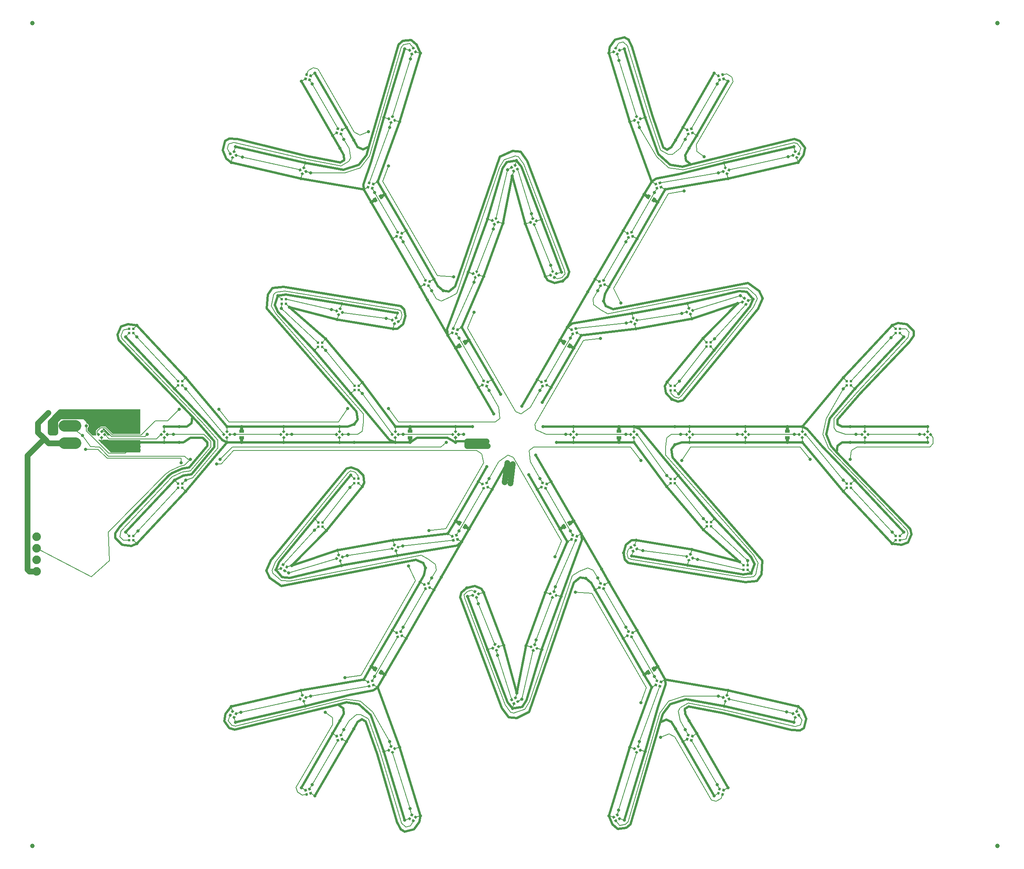
<source format=gbr>
G04 EAGLE Gerber RS-274X export*
G75*
%MOMM*%
%FSLAX34Y34*%
%LPD*%
%INBottom Copper*%
%IPPOS*%
%AMOC8*
5,1,8,0,0,1.08239X$1,22.5*%
G01*
%ADD10C,2.500000*%
%ADD11C,1.000000*%
%ADD12R,1.000000X0.700000*%
%ADD13R,0.550000X0.550000*%
%ADD14R,0.550000X0.550000*%
%ADD15R,0.700000X1.000000*%
%ADD16C,1.879600*%
%ADD17C,0.706400*%
%ADD18C,0.152400*%
%ADD19C,0.508000*%
%ADD20C,0.700000*%
%ADD21C,1.270000*%

G36*
X160199Y982782D02*
X160199Y982782D01*
X160271Y982784D01*
X160320Y982802D01*
X160371Y982811D01*
X160435Y982844D01*
X160502Y982869D01*
X160543Y982901D01*
X160589Y982926D01*
X160638Y982978D01*
X160694Y983022D01*
X160722Y983066D01*
X160758Y983104D01*
X160788Y983169D01*
X160827Y983229D01*
X160840Y983280D01*
X160862Y983327D01*
X160870Y983398D01*
X160887Y983468D01*
X160883Y983520D01*
X160889Y983571D01*
X160873Y983642D01*
X160868Y983713D01*
X160848Y983761D01*
X160836Y983812D01*
X160800Y983873D01*
X160772Y983939D01*
X160727Y983995D01*
X160710Y984023D01*
X160693Y984038D01*
X160667Y984070D01*
X160369Y984368D01*
X160369Y985632D01*
X160605Y985867D01*
X160616Y985884D01*
X160632Y985896D01*
X160688Y985983D01*
X160748Y986067D01*
X160754Y986086D01*
X160765Y986103D01*
X160790Y986203D01*
X160820Y986302D01*
X160820Y986322D01*
X160825Y986341D01*
X160817Y986444D01*
X160814Y986548D01*
X160807Y986567D01*
X160806Y986587D01*
X160765Y986682D01*
X160730Y986779D01*
X160717Y986795D01*
X160709Y986813D01*
X160605Y986944D01*
X160213Y987335D01*
X160213Y993447D01*
X169053Y1002287D01*
X180947Y1002287D01*
X182510Y1000724D01*
X196794Y986440D01*
X196868Y986387D01*
X196938Y986327D01*
X196968Y986315D01*
X196994Y986296D01*
X197081Y986269D01*
X197166Y986235D01*
X197207Y986231D01*
X197229Y986224D01*
X197261Y986225D01*
X197332Y986217D01*
X256600Y986217D01*
X256620Y986220D01*
X256639Y986218D01*
X256741Y986240D01*
X256843Y986256D01*
X256860Y986266D01*
X256880Y986270D01*
X256969Y986323D01*
X257060Y986372D01*
X257074Y986386D01*
X257091Y986396D01*
X257158Y986475D01*
X257230Y986550D01*
X257238Y986568D01*
X257251Y986583D01*
X257290Y986679D01*
X257333Y986773D01*
X257335Y986793D01*
X257343Y986811D01*
X257361Y986978D01*
X257361Y1039683D01*
X257358Y1039703D01*
X257360Y1039722D01*
X257338Y1039824D01*
X257322Y1039926D01*
X257312Y1039943D01*
X257308Y1039963D01*
X257255Y1040052D01*
X257206Y1040143D01*
X257192Y1040157D01*
X257182Y1040174D01*
X257103Y1040241D01*
X257028Y1040313D01*
X257010Y1040321D01*
X256995Y1040334D01*
X256899Y1040373D01*
X256805Y1040416D01*
X256785Y1040418D01*
X256767Y1040426D01*
X256600Y1040444D01*
X139760Y1040444D01*
X139740Y1040441D01*
X139721Y1040443D01*
X139619Y1040421D01*
X139517Y1040405D01*
X139500Y1040395D01*
X139480Y1040391D01*
X139391Y1040338D01*
X139300Y1040289D01*
X139286Y1040275D01*
X139269Y1040265D01*
X139202Y1040186D01*
X139131Y1040111D01*
X139122Y1040093D01*
X139109Y1040078D01*
X139070Y1039982D01*
X139027Y1039888D01*
X139025Y1039868D01*
X139017Y1039850D01*
X138999Y1039683D01*
X138999Y1010070D01*
X139002Y1010050D01*
X139000Y1010031D01*
X139022Y1009929D01*
X139039Y1009827D01*
X139048Y1009810D01*
X139052Y1009790D01*
X139105Y1009701D01*
X139154Y1009610D01*
X139168Y1009596D01*
X139178Y1009579D01*
X139257Y1009512D01*
X139332Y1009440D01*
X139350Y1009432D01*
X139365Y1009419D01*
X139461Y1009380D01*
X139555Y1009337D01*
X139575Y1009335D01*
X139593Y1009327D01*
X139760Y1009309D01*
X140959Y1009309D01*
X143921Y1006347D01*
X143921Y1002157D01*
X141374Y999610D01*
X141321Y999536D01*
X141261Y999467D01*
X141249Y999437D01*
X141230Y999411D01*
X141203Y999324D01*
X141169Y999239D01*
X141165Y999198D01*
X141158Y999176D01*
X141159Y999143D01*
X141151Y999072D01*
X141151Y993979D01*
X141165Y993888D01*
X141173Y993798D01*
X141185Y993768D01*
X141190Y993736D01*
X141233Y993655D01*
X141269Y993571D01*
X141295Y993539D01*
X141306Y993518D01*
X141329Y993496D01*
X141374Y993440D01*
X151820Y982994D01*
X151894Y982941D01*
X151964Y982881D01*
X151994Y982869D01*
X152020Y982850D01*
X152107Y982823D01*
X152192Y982789D01*
X152233Y982785D01*
X152255Y982778D01*
X152287Y982779D01*
X152358Y982771D01*
X160129Y982771D01*
X160199Y982782D01*
G37*
G36*
X256620Y945302D02*
X256620Y945302D01*
X256639Y945300D01*
X256741Y945322D01*
X256843Y945339D01*
X256860Y945348D01*
X256880Y945352D01*
X256969Y945405D01*
X257060Y945454D01*
X257074Y945468D01*
X257091Y945478D01*
X257158Y945557D01*
X257230Y945632D01*
X257238Y945650D01*
X257251Y945665D01*
X257290Y945761D01*
X257333Y945855D01*
X257335Y945875D01*
X257343Y945893D01*
X257361Y946060D01*
X257361Y971952D01*
X257359Y971968D01*
X257360Y971982D01*
X257360Y971985D01*
X257360Y971991D01*
X257338Y972093D01*
X257322Y972195D01*
X257312Y972212D01*
X257308Y972232D01*
X257255Y972321D01*
X257206Y972412D01*
X257192Y972426D01*
X257182Y972443D01*
X257103Y972510D01*
X257028Y972582D01*
X257010Y972590D01*
X256995Y972603D01*
X256899Y972642D01*
X256805Y972685D01*
X256785Y972687D01*
X256767Y972695D01*
X256600Y972713D01*
X188270Y972713D01*
X187461Y973522D01*
X187387Y973575D01*
X187318Y973635D01*
X187288Y973647D01*
X187262Y973666D01*
X187175Y973693D01*
X187090Y973727D01*
X187049Y973731D01*
X187026Y973738D01*
X186994Y973737D01*
X186923Y973745D01*
X175760Y973745D01*
X175670Y973731D01*
X175579Y973723D01*
X175550Y973711D01*
X175518Y973706D01*
X175437Y973663D01*
X175353Y973627D01*
X175321Y973601D01*
X175300Y973590D01*
X175278Y973567D01*
X175222Y973522D01*
X174060Y972360D01*
X173481Y972026D01*
X172834Y971853D01*
X172165Y971853D01*
X171519Y972026D01*
X170940Y972360D01*
X169778Y973522D01*
X169704Y973575D01*
X169634Y973635D01*
X169604Y973647D01*
X169578Y973666D01*
X169491Y973693D01*
X169406Y973727D01*
X169365Y973731D01*
X169343Y973738D01*
X169311Y973737D01*
X169240Y973745D01*
X166176Y973745D01*
X166105Y973734D01*
X166034Y973732D01*
X165985Y973714D01*
X165933Y973706D01*
X165870Y973672D01*
X165803Y973647D01*
X165762Y973615D01*
X165716Y973590D01*
X165667Y973539D01*
X165611Y973494D01*
X165582Y973450D01*
X165547Y973412D01*
X165516Y973347D01*
X165478Y973287D01*
X165465Y973236D01*
X165443Y973189D01*
X165435Y973118D01*
X165417Y973048D01*
X165422Y972996D01*
X165416Y972945D01*
X165431Y972874D01*
X165437Y972803D01*
X165457Y972755D01*
X165468Y972704D01*
X165505Y972643D01*
X165533Y972577D01*
X165578Y972521D01*
X165594Y972493D01*
X165612Y972478D01*
X165638Y972446D01*
X192562Y945522D01*
X192636Y945469D01*
X192705Y945409D01*
X192735Y945397D01*
X192761Y945378D01*
X192848Y945351D01*
X192933Y945317D01*
X192974Y945313D01*
X192997Y945306D01*
X193029Y945307D01*
X193100Y945299D01*
X256600Y945299D01*
X256620Y945302D01*
G37*
G36*
X192228Y982782D02*
X192228Y982782D01*
X192300Y982784D01*
X192349Y982802D01*
X192400Y982811D01*
X192463Y982844D01*
X192531Y982869D01*
X192572Y982901D01*
X192618Y982926D01*
X192667Y982977D01*
X192723Y983022D01*
X192751Y983066D01*
X192787Y983104D01*
X192817Y983169D01*
X192856Y983229D01*
X192869Y983280D01*
X192891Y983327D01*
X192899Y983398D01*
X192916Y983468D01*
X192912Y983520D01*
X192918Y983571D01*
X192902Y983642D01*
X192897Y983713D01*
X192877Y983761D01*
X192865Y983812D01*
X192829Y983873D01*
X192801Y983939D01*
X192756Y983995D01*
X192739Y984023D01*
X192722Y984038D01*
X192696Y984070D01*
X179276Y997490D01*
X179202Y997543D01*
X179132Y997603D01*
X179102Y997615D01*
X179076Y997634D01*
X178989Y997661D01*
X178904Y997695D01*
X178863Y997699D01*
X178841Y997706D01*
X178809Y997705D01*
X178738Y997713D01*
X175824Y997713D01*
X175753Y997702D01*
X175682Y997700D01*
X175633Y997682D01*
X175581Y997674D01*
X175518Y997640D01*
X175451Y997615D01*
X175410Y997583D01*
X175364Y997558D01*
X175315Y997507D01*
X175259Y997462D01*
X175231Y997418D01*
X175195Y997380D01*
X175164Y997315D01*
X175126Y997255D01*
X175113Y997204D01*
X175091Y997157D01*
X175083Y997086D01*
X175066Y997016D01*
X175070Y996964D01*
X175064Y996913D01*
X175079Y996843D01*
X175085Y996771D01*
X175105Y996723D01*
X175116Y996672D01*
X175153Y996611D01*
X175181Y996545D01*
X175226Y996489D01*
X175242Y996461D01*
X175260Y996446D01*
X175271Y996432D01*
X171962Y993123D01*
X171950Y993107D01*
X171935Y993094D01*
X171879Y993007D01*
X171818Y992923D01*
X171812Y992904D01*
X171802Y992887D01*
X171776Y992787D01*
X171746Y992688D01*
X171746Y992668D01*
X171742Y992649D01*
X171750Y992546D01*
X171752Y992442D01*
X171759Y992423D01*
X171761Y992404D01*
X171801Y992309D01*
X171837Y992211D01*
X171849Y992195D01*
X171857Y992177D01*
X171962Y992046D01*
X172829Y991179D01*
X172845Y991168D01*
X172857Y991152D01*
X172945Y991096D01*
X173029Y991036D01*
X173047Y991030D01*
X173064Y991019D01*
X173165Y990994D01*
X173264Y990963D01*
X173284Y990964D01*
X173303Y990959D01*
X173406Y990967D01*
X173509Y990970D01*
X173528Y990977D01*
X173548Y990978D01*
X173643Y991019D01*
X173740Y991054D01*
X173756Y991067D01*
X173774Y991074D01*
X173905Y991179D01*
X177213Y994487D01*
X178422Y993278D01*
X178757Y992698D01*
X178930Y992052D01*
X178930Y991383D01*
X178927Y991372D01*
X178915Y991254D01*
X178902Y991136D01*
X178903Y991131D01*
X178902Y991127D01*
X178929Y991012D01*
X178954Y990895D01*
X178956Y990892D01*
X178957Y990888D01*
X179019Y990786D01*
X179080Y990684D01*
X179083Y990681D01*
X179086Y990678D01*
X179177Y990602D01*
X179267Y990524D01*
X179271Y990523D01*
X179274Y990520D01*
X179384Y990477D01*
X179495Y990432D01*
X179500Y990432D01*
X179503Y990430D01*
X179517Y990430D01*
X179662Y990414D01*
X179849Y990414D01*
X184631Y985632D01*
X184631Y984368D01*
X184395Y984133D01*
X184384Y984116D01*
X184368Y984104D01*
X184312Y984017D01*
X184252Y983933D01*
X184246Y983914D01*
X184235Y983897D01*
X184210Y983797D01*
X184180Y983698D01*
X184180Y983678D01*
X184175Y983658D01*
X184183Y983555D01*
X184186Y983452D01*
X184193Y983433D01*
X184194Y983413D01*
X184235Y983318D01*
X184270Y983221D01*
X184283Y983205D01*
X184291Y983187D01*
X184395Y983056D01*
X184458Y982994D01*
X184532Y982941D01*
X184601Y982881D01*
X184631Y982869D01*
X184657Y982850D01*
X184744Y982823D01*
X184829Y982789D01*
X184870Y982785D01*
X184892Y982778D01*
X184925Y982779D01*
X184996Y982771D01*
X192158Y982771D01*
X192228Y982782D01*
G37*
D10*
X115313Y966250D02*
X90313Y966250D01*
X90313Y1003750D02*
X115313Y1003750D01*
D11*
X20000Y80000D03*
X2140000Y80000D03*
X20000Y1890000D03*
X2140000Y1890000D03*
D12*
X850000Y992000D03*
X850000Y978000D03*
D13*
G36*
X939393Y985000D02*
X943282Y988889D01*
X947171Y985000D01*
X943282Y981111D01*
X939393Y985000D01*
G37*
G36*
X946111Y978283D02*
X950000Y982172D01*
X953889Y978283D01*
X950000Y974394D01*
X946111Y978283D01*
G37*
G36*
X952829Y985000D02*
X956718Y988889D01*
X960607Y985000D01*
X956718Y981111D01*
X952829Y985000D01*
G37*
G36*
X946111Y991718D02*
X950000Y995607D01*
X953889Y991718D01*
X950000Y987829D01*
X946111Y991718D01*
G37*
G36*
X806893Y985000D02*
X810782Y988889D01*
X814671Y985000D01*
X810782Y981111D01*
X806893Y985000D01*
G37*
G36*
X813611Y978282D02*
X817500Y982171D01*
X821389Y978282D01*
X817500Y974393D01*
X813611Y978282D01*
G37*
G36*
X820329Y985000D02*
X824218Y988889D01*
X828107Y985000D01*
X824218Y981111D01*
X820329Y985000D01*
G37*
G36*
X813611Y991718D02*
X817500Y995607D01*
X821389Y991718D01*
X817500Y987829D01*
X813611Y991718D01*
G37*
D14*
X727750Y1092250D03*
X727750Y1082750D03*
X737250Y1082750D03*
X737250Y1092250D03*
X647750Y1187250D03*
X647750Y1177750D03*
X657250Y1177750D03*
X657250Y1187250D03*
X577250Y1282250D03*
X567750Y1282250D03*
X567750Y1272750D03*
X577250Y1272750D03*
D13*
G36*
X705245Y1252255D02*
X700483Y1249505D01*
X697733Y1254267D01*
X702495Y1257017D01*
X705245Y1252255D01*
G37*
G36*
X700495Y1260483D02*
X695733Y1257733D01*
X692983Y1262495D01*
X697745Y1265245D01*
X700495Y1260483D01*
G37*
G36*
X692267Y1255733D02*
X687505Y1252983D01*
X684755Y1257745D01*
X689517Y1260495D01*
X692267Y1255733D01*
G37*
G36*
X697017Y1247505D02*
X692255Y1244755D01*
X689505Y1249517D01*
X694267Y1252267D01*
X697017Y1247505D01*
G37*
D12*
X480000Y992000D03*
X480000Y978000D03*
D13*
G36*
X827745Y1232255D02*
X822983Y1229505D01*
X820233Y1234267D01*
X824995Y1237017D01*
X827745Y1232255D01*
G37*
G36*
X822995Y1240483D02*
X818233Y1237733D01*
X815483Y1242495D01*
X820245Y1245245D01*
X822995Y1240483D01*
G37*
G36*
X814767Y1235733D02*
X810005Y1232983D01*
X807255Y1237745D01*
X812017Y1240495D01*
X814767Y1235733D01*
G37*
G36*
X819517Y1227505D02*
X814755Y1224755D01*
X812005Y1229517D01*
X816767Y1232267D01*
X819517Y1227505D01*
G37*
G36*
X684394Y985000D02*
X688283Y988889D01*
X692172Y985000D01*
X688283Y981111D01*
X684394Y985000D01*
G37*
G36*
X691111Y978282D02*
X695000Y982171D01*
X698889Y978282D01*
X695000Y974393D01*
X691111Y978282D01*
G37*
G36*
X697829Y985000D02*
X701718Y988889D01*
X705607Y985000D01*
X701718Y981111D01*
X697829Y985000D01*
G37*
G36*
X691111Y991718D02*
X695000Y995607D01*
X698889Y991718D01*
X695000Y987829D01*
X691111Y991718D01*
G37*
G36*
X561893Y985000D02*
X565782Y988889D01*
X569671Y985000D01*
X565782Y981111D01*
X561893Y985000D01*
G37*
G36*
X568611Y978282D02*
X572500Y982171D01*
X576389Y978282D01*
X572500Y974393D01*
X568611Y978282D01*
G37*
G36*
X575329Y985000D02*
X579218Y988889D01*
X583107Y985000D01*
X579218Y981111D01*
X575329Y985000D01*
G37*
G36*
X568611Y991718D02*
X572500Y995607D01*
X576389Y991718D01*
X572500Y987829D01*
X568611Y991718D01*
G37*
G36*
X436894Y985000D02*
X440783Y988889D01*
X444672Y985000D01*
X440783Y981111D01*
X436894Y985000D01*
G37*
G36*
X443611Y978282D02*
X447500Y982171D01*
X451389Y978282D01*
X447500Y974393D01*
X443611Y978282D01*
G37*
G36*
X450329Y985000D02*
X454218Y988889D01*
X458107Y985000D01*
X454218Y981111D01*
X450329Y985000D01*
G37*
G36*
X443611Y991718D02*
X447500Y995607D01*
X451389Y991718D01*
X447500Y987829D01*
X443611Y991718D01*
G37*
D14*
X340250Y1102250D03*
X340250Y1092750D03*
X349750Y1092750D03*
X349750Y1102250D03*
X232750Y1217250D03*
X232750Y1207750D03*
X242250Y1207750D03*
X242250Y1217250D03*
X340250Y867750D03*
X349750Y867750D03*
X349750Y877250D03*
X340250Y877250D03*
X232750Y752750D03*
X242250Y752750D03*
X242250Y762250D03*
X232750Y762250D03*
D13*
G36*
X299394Y985000D02*
X303283Y988889D01*
X307172Y985000D01*
X303283Y981111D01*
X299394Y985000D01*
G37*
G36*
X306111Y978282D02*
X310000Y982171D01*
X313889Y978282D01*
X310000Y974393D01*
X306111Y978282D01*
G37*
G36*
X312829Y985000D02*
X316718Y988889D01*
X320607Y985000D01*
X316718Y981111D01*
X312829Y985000D01*
G37*
G36*
X306111Y991718D02*
X310000Y995607D01*
X313889Y991718D01*
X310000Y987829D01*
X306111Y991718D01*
G37*
G36*
X161893Y985000D02*
X165782Y988889D01*
X169671Y985000D01*
X165782Y981111D01*
X161893Y985000D01*
G37*
G36*
X168611Y978282D02*
X172500Y982171D01*
X176389Y978282D01*
X172500Y974393D01*
X168611Y978282D01*
G37*
G36*
X175329Y985000D02*
X179218Y988889D01*
X183107Y985000D01*
X179218Y981111D01*
X175329Y985000D01*
G37*
G36*
X168611Y991717D02*
X172500Y995606D01*
X176389Y991717D01*
X172500Y987828D01*
X168611Y991717D01*
G37*
D15*
G36*
X958230Y795701D02*
X964292Y792201D01*
X959292Y783541D01*
X953230Y787041D01*
X958230Y795701D01*
G37*
G36*
X970354Y788701D02*
X976416Y785201D01*
X971416Y776541D01*
X965354Y780041D01*
X970354Y788701D01*
G37*
D13*
G36*
X1009520Y863538D02*
X1008096Y868850D01*
X1013408Y870274D01*
X1014832Y864962D01*
X1009520Y863538D01*
G37*
G36*
X1018697Y865997D02*
X1017273Y871309D01*
X1022585Y872733D01*
X1024009Y867421D01*
X1018697Y865997D01*
G37*
G36*
X1016238Y875173D02*
X1014814Y880485D01*
X1020126Y881909D01*
X1021550Y876597D01*
X1016238Y875173D01*
G37*
G36*
X1007061Y872714D02*
X1005637Y878026D01*
X1010949Y879450D01*
X1012373Y874138D01*
X1007061Y872714D01*
G37*
G36*
X943270Y748789D02*
X941846Y754101D01*
X947158Y755525D01*
X948582Y750213D01*
X943270Y748789D01*
G37*
G36*
X952447Y751248D02*
X951023Y756560D01*
X956335Y757984D01*
X957759Y752672D01*
X952447Y751248D01*
G37*
G36*
X949988Y760424D02*
X948564Y765736D01*
X953876Y767160D01*
X955300Y761848D01*
X949988Y760424D01*
G37*
G36*
X940811Y757966D02*
X939387Y763278D01*
X944699Y764702D01*
X946123Y759390D01*
X940811Y757966D01*
G37*
G36*
X807061Y732868D02*
X809811Y737630D01*
X814573Y734880D01*
X811823Y730118D01*
X807061Y732868D01*
G37*
G36*
X815288Y728118D02*
X818038Y732880D01*
X822800Y730130D01*
X820050Y725368D01*
X815288Y728118D01*
G37*
G36*
X820038Y736345D02*
X822788Y741107D01*
X827550Y738357D01*
X824800Y733595D01*
X820038Y736345D01*
G37*
G36*
X811811Y741095D02*
X814561Y745857D01*
X819323Y743107D01*
X816573Y738345D01*
X811811Y741095D01*
G37*
G36*
X684788Y711086D02*
X687538Y715848D01*
X692300Y713098D01*
X689550Y708336D01*
X684788Y711086D01*
G37*
G36*
X693016Y706336D02*
X695766Y711098D01*
X700528Y708348D01*
X697778Y703586D01*
X693016Y706336D01*
G37*
G36*
X697766Y714563D02*
X700516Y719325D01*
X705278Y716575D01*
X702528Y711813D01*
X697766Y714563D01*
G37*
G36*
X689538Y719313D02*
X692288Y724075D01*
X697050Y721325D01*
X694300Y716563D01*
X689538Y719313D01*
G37*
G36*
X570016Y702293D02*
X574778Y699543D01*
X572028Y694781D01*
X567266Y697531D01*
X570016Y702293D01*
G37*
G36*
X565266Y694066D02*
X570028Y691316D01*
X567278Y686554D01*
X562516Y689304D01*
X565266Y694066D01*
G37*
G36*
X573493Y689316D02*
X578255Y686566D01*
X575505Y681804D01*
X570743Y684554D01*
X573493Y689316D01*
G37*
G36*
X578243Y697543D02*
X583005Y694793D01*
X580255Y690031D01*
X575493Y692781D01*
X578243Y697543D01*
G37*
D14*
X658246Y791637D03*
X648746Y791637D03*
X648746Y782137D03*
X658246Y782137D03*
D15*
G36*
X773230Y475271D02*
X779292Y471771D01*
X774292Y463111D01*
X768230Y466611D01*
X773230Y475271D01*
G37*
G36*
X785354Y468271D02*
X791416Y464771D01*
X786416Y456111D01*
X780354Y459611D01*
X785354Y468271D01*
G37*
D14*
X736817Y887725D03*
X727317Y887725D03*
X727317Y878225D03*
X736817Y878225D03*
D13*
G36*
X882020Y642701D02*
X880596Y648013D01*
X885908Y649437D01*
X887332Y644125D01*
X882020Y642701D01*
G37*
G36*
X891197Y645160D02*
X889773Y650472D01*
X895085Y651896D01*
X896509Y646584D01*
X891197Y645160D01*
G37*
G36*
X888738Y654336D02*
X887314Y659648D01*
X892626Y661072D01*
X894050Y655760D01*
X888738Y654336D01*
G37*
G36*
X879561Y651878D02*
X878137Y657190D01*
X883449Y658614D01*
X884873Y653302D01*
X879561Y651878D01*
G37*
G36*
X820770Y536613D02*
X819346Y541925D01*
X824658Y543349D01*
X826082Y538037D01*
X820770Y536613D01*
G37*
G36*
X829947Y539072D02*
X828523Y544384D01*
X833835Y545808D01*
X835259Y540496D01*
X829947Y539072D01*
G37*
G36*
X827488Y548248D02*
X826064Y553560D01*
X831376Y554984D01*
X832800Y549672D01*
X827488Y548248D01*
G37*
G36*
X818311Y545789D02*
X816887Y551101D01*
X822199Y552525D01*
X823623Y547213D01*
X818311Y545789D01*
G37*
G36*
X758270Y428360D02*
X756846Y433672D01*
X762158Y435096D01*
X763582Y429784D01*
X758270Y428360D01*
G37*
G36*
X767447Y430819D02*
X766023Y436131D01*
X771335Y437555D01*
X772759Y432243D01*
X767447Y430819D01*
G37*
G36*
X764988Y439995D02*
X763564Y445307D01*
X768876Y446731D01*
X770300Y441419D01*
X764988Y439995D01*
G37*
G36*
X755811Y437536D02*
X754387Y442848D01*
X759699Y444272D01*
X761123Y438960D01*
X755811Y437536D01*
G37*
G36*
X604651Y402283D02*
X607401Y407045D01*
X612163Y404295D01*
X609413Y399533D01*
X604651Y402283D01*
G37*
G36*
X612878Y397533D02*
X615628Y402295D01*
X620390Y399545D01*
X617640Y394783D01*
X612878Y397533D01*
G37*
G36*
X617628Y405761D02*
X620378Y410523D01*
X625140Y407773D01*
X622390Y403011D01*
X617628Y405761D01*
G37*
G36*
X609401Y410511D02*
X612151Y415273D01*
X616913Y412523D01*
X614163Y407761D01*
X609401Y410511D01*
G37*
G36*
X451308Y366686D02*
X454058Y371448D01*
X458820Y368698D01*
X456070Y363936D01*
X451308Y366686D01*
G37*
G36*
X459535Y361936D02*
X462285Y366698D01*
X467047Y363948D01*
X464297Y359186D01*
X459535Y361936D01*
G37*
G36*
X464285Y370163D02*
X467035Y374925D01*
X471797Y372175D01*
X469047Y367413D01*
X464285Y370163D01*
G37*
G36*
X456058Y374913D02*
X458808Y379675D01*
X463570Y376925D01*
X460820Y372163D01*
X456058Y374913D01*
G37*
G36*
X812495Y282283D02*
X807733Y285033D01*
X810483Y289795D01*
X815245Y287045D01*
X812495Y282283D01*
G37*
G36*
X817245Y290511D02*
X812483Y293261D01*
X815233Y298023D01*
X819995Y295273D01*
X817245Y290511D01*
G37*
G36*
X809018Y295261D02*
X804256Y298011D01*
X807006Y302773D01*
X811768Y300023D01*
X809018Y295261D01*
G37*
G36*
X804268Y287033D02*
X799506Y289783D01*
X802256Y294545D01*
X807018Y291795D01*
X804268Y287033D01*
G37*
G36*
X858338Y131686D02*
X853576Y134436D01*
X856326Y139198D01*
X861088Y136448D01*
X858338Y131686D01*
G37*
G36*
X863088Y139913D02*
X858326Y142663D01*
X861076Y147425D01*
X865838Y144675D01*
X863088Y139913D01*
G37*
G36*
X854861Y144663D02*
X850099Y147413D01*
X852849Y152175D01*
X857611Y149425D01*
X854861Y144663D01*
G37*
G36*
X850111Y136436D02*
X845349Y139186D01*
X848099Y143948D01*
X852861Y141198D01*
X850111Y136436D01*
G37*
G36*
X689520Y309282D02*
X688096Y314594D01*
X693408Y316018D01*
X694832Y310706D01*
X689520Y309282D01*
G37*
G36*
X698697Y311740D02*
X697273Y317052D01*
X702585Y318476D01*
X704009Y313164D01*
X698697Y311740D01*
G37*
G36*
X696238Y320917D02*
X694814Y326229D01*
X700126Y327653D01*
X701550Y322341D01*
X696238Y320917D01*
G37*
G36*
X687061Y318458D02*
X685637Y323770D01*
X690949Y325194D01*
X692373Y319882D01*
X687061Y318458D01*
G37*
G36*
X620770Y190203D02*
X619346Y195515D01*
X624658Y196939D01*
X626082Y191627D01*
X620770Y190203D01*
G37*
G36*
X629947Y192662D02*
X628523Y197974D01*
X633835Y199398D01*
X635259Y194086D01*
X629947Y192662D01*
G37*
G36*
X627488Y201838D02*
X626064Y207150D01*
X631376Y208574D01*
X632800Y203262D01*
X627488Y201838D01*
G37*
G36*
X618311Y199379D02*
X616887Y204691D01*
X622199Y206115D01*
X623623Y200803D01*
X618311Y199379D01*
G37*
D15*
G36*
X1182876Y785201D02*
X1188938Y788701D01*
X1193938Y780041D01*
X1187876Y776541D01*
X1182876Y785201D01*
G37*
G36*
X1195000Y792201D02*
X1201062Y795701D01*
X1206062Y787041D01*
X1200000Y783541D01*
X1195000Y792201D01*
G37*
D13*
G36*
X1149772Y863538D02*
X1144460Y864962D01*
X1145884Y870274D01*
X1151196Y868850D01*
X1149772Y863538D01*
G37*
G36*
X1152231Y872714D02*
X1146919Y874138D01*
X1148343Y879450D01*
X1153655Y878026D01*
X1152231Y872714D01*
G37*
G36*
X1143054Y875173D02*
X1137742Y876597D01*
X1139166Y881909D01*
X1144478Y880485D01*
X1143054Y875173D01*
G37*
G36*
X1140595Y865997D02*
X1135283Y867421D01*
X1136707Y872733D01*
X1142019Y871309D01*
X1140595Y865997D01*
G37*
G36*
X1216022Y748789D02*
X1210710Y750213D01*
X1212134Y755525D01*
X1217446Y754101D01*
X1216022Y748789D01*
G37*
G36*
X1218481Y757966D02*
X1213169Y759390D01*
X1214593Y764702D01*
X1219905Y763278D01*
X1218481Y757966D01*
G37*
G36*
X1209304Y760424D02*
X1203992Y761848D01*
X1205416Y767160D01*
X1210728Y765736D01*
X1209304Y760424D01*
G37*
G36*
X1206845Y751248D02*
X1201533Y752672D01*
X1202957Y757984D01*
X1208269Y756560D01*
X1206845Y751248D01*
G37*
G36*
X1161707Y622868D02*
X1158957Y627630D01*
X1163719Y630380D01*
X1166469Y625618D01*
X1161707Y622868D01*
G37*
G36*
X1169934Y627618D02*
X1167184Y632380D01*
X1171946Y635130D01*
X1174696Y630368D01*
X1169934Y627618D01*
G37*
G36*
X1165184Y635845D02*
X1162434Y640607D01*
X1167196Y643357D01*
X1169946Y638595D01*
X1165184Y635845D01*
G37*
G36*
X1156957Y631095D02*
X1154207Y635857D01*
X1158969Y638607D01*
X1161719Y633845D01*
X1156957Y631095D01*
G37*
G36*
X1119434Y506086D02*
X1116684Y510848D01*
X1121446Y513598D01*
X1124196Y508836D01*
X1119434Y506086D01*
G37*
G36*
X1127662Y510836D02*
X1124912Y515598D01*
X1129674Y518348D01*
X1132424Y513586D01*
X1127662Y510836D01*
G37*
G36*
X1122912Y519063D02*
X1120162Y523825D01*
X1124924Y526575D01*
X1127674Y521813D01*
X1122912Y519063D01*
G37*
G36*
X1114684Y514313D02*
X1111934Y519075D01*
X1116696Y521825D01*
X1119446Y517063D01*
X1114684Y514313D01*
G37*
G36*
X1069662Y402293D02*
X1074424Y405043D01*
X1077174Y400281D01*
X1072412Y397531D01*
X1069662Y402293D01*
G37*
G36*
X1074412Y394066D02*
X1079174Y396816D01*
X1081924Y392054D01*
X1077162Y389304D01*
X1074412Y394066D01*
G37*
G36*
X1082639Y398816D02*
X1087401Y401566D01*
X1090151Y396804D01*
X1085389Y394054D01*
X1082639Y398816D01*
G37*
G36*
X1077889Y407043D02*
X1082651Y409793D01*
X1085401Y405031D01*
X1080639Y402281D01*
X1077889Y407043D01*
G37*
G36*
X1035398Y527131D02*
X1040160Y524381D01*
X1037410Y519619D01*
X1032648Y522369D01*
X1035398Y527131D01*
G37*
G36*
X1030648Y518904D02*
X1035410Y516154D01*
X1032660Y511392D01*
X1027898Y514142D01*
X1030648Y518904D01*
G37*
G36*
X1038875Y514154D02*
X1043637Y511404D01*
X1040887Y506642D01*
X1036125Y509392D01*
X1038875Y514154D01*
G37*
G36*
X1043625Y522381D02*
X1048387Y519631D01*
X1045637Y514869D01*
X1040875Y517619D01*
X1043625Y522381D01*
G37*
D15*
G36*
X1367876Y464771D02*
X1373938Y468271D01*
X1378938Y459611D01*
X1372876Y456111D01*
X1367876Y464771D01*
G37*
G36*
X1380000Y471771D02*
X1386062Y475271D01*
X1391062Y466611D01*
X1385000Y463111D01*
X1380000Y471771D01*
G37*
D13*
G36*
X991468Y643220D02*
X996230Y640470D01*
X993480Y635708D01*
X988718Y638458D01*
X991468Y643220D01*
G37*
G36*
X986718Y634992D02*
X991480Y632242D01*
X988730Y627480D01*
X983968Y630230D01*
X986718Y634992D01*
G37*
G36*
X994945Y630242D02*
X999707Y627492D01*
X996957Y622730D01*
X992195Y625480D01*
X994945Y630242D01*
G37*
G36*
X999695Y638470D02*
X1004457Y635720D01*
X1001707Y630958D01*
X996945Y633708D01*
X999695Y638470D01*
G37*
G36*
X1277272Y642701D02*
X1271960Y644125D01*
X1273384Y649437D01*
X1278696Y648013D01*
X1277272Y642701D01*
G37*
G36*
X1279731Y651878D02*
X1274419Y653302D01*
X1275843Y658614D01*
X1281155Y657190D01*
X1279731Y651878D01*
G37*
G36*
X1270554Y654336D02*
X1265242Y655760D01*
X1266666Y661072D01*
X1271978Y659648D01*
X1270554Y654336D01*
G37*
G36*
X1268095Y645160D02*
X1262783Y646584D01*
X1264207Y651896D01*
X1269519Y650472D01*
X1268095Y645160D01*
G37*
G36*
X1338522Y536613D02*
X1333210Y538037D01*
X1334634Y543349D01*
X1339946Y541925D01*
X1338522Y536613D01*
G37*
G36*
X1340981Y545789D02*
X1335669Y547213D01*
X1337093Y552525D01*
X1342405Y551101D01*
X1340981Y545789D01*
G37*
G36*
X1331804Y548248D02*
X1326492Y549672D01*
X1327916Y554984D01*
X1333228Y553560D01*
X1331804Y548248D01*
G37*
G36*
X1329345Y539072D02*
X1324033Y540496D01*
X1325457Y545808D01*
X1330769Y544384D01*
X1329345Y539072D01*
G37*
G36*
X1401022Y428360D02*
X1395710Y429784D01*
X1397134Y435096D01*
X1402446Y433672D01*
X1401022Y428360D01*
G37*
G36*
X1403481Y437536D02*
X1398169Y438960D01*
X1399593Y444272D01*
X1404905Y442848D01*
X1403481Y437536D01*
G37*
G36*
X1394304Y439995D02*
X1388992Y441419D01*
X1390416Y446731D01*
X1395728Y445307D01*
X1394304Y439995D01*
G37*
G36*
X1391845Y430819D02*
X1386533Y432243D01*
X1387957Y437555D01*
X1393269Y436131D01*
X1391845Y430819D01*
G37*
G36*
X1346797Y282283D02*
X1344047Y287045D01*
X1348809Y289795D01*
X1351559Y285033D01*
X1346797Y282283D01*
G37*
G36*
X1355024Y287033D02*
X1352274Y291795D01*
X1357036Y294545D01*
X1359786Y289783D01*
X1355024Y287033D01*
G37*
G36*
X1350274Y295261D02*
X1347524Y300023D01*
X1352286Y302773D01*
X1355036Y298011D01*
X1350274Y295261D01*
G37*
G36*
X1342047Y290511D02*
X1339297Y295273D01*
X1344059Y298023D01*
X1346809Y293261D01*
X1342047Y290511D01*
G37*
G36*
X1300954Y131686D02*
X1298204Y136448D01*
X1302966Y139198D01*
X1305716Y134436D01*
X1300954Y131686D01*
G37*
G36*
X1309181Y136436D02*
X1306431Y141198D01*
X1311193Y143948D01*
X1313943Y139186D01*
X1309181Y136436D01*
G37*
G36*
X1304431Y144663D02*
X1301681Y149425D01*
X1306443Y152175D01*
X1309193Y147413D01*
X1304431Y144663D01*
G37*
G36*
X1296204Y139913D02*
X1293454Y144675D01*
X1298216Y147425D01*
X1300966Y142663D01*
X1296204Y139913D01*
G37*
G36*
X1554641Y402283D02*
X1549879Y399533D01*
X1547129Y404295D01*
X1551891Y407045D01*
X1554641Y402283D01*
G37*
G36*
X1549891Y410511D02*
X1545129Y407761D01*
X1542379Y412523D01*
X1547141Y415273D01*
X1549891Y410511D01*
G37*
G36*
X1541664Y405761D02*
X1536902Y403011D01*
X1534152Y407773D01*
X1538914Y410523D01*
X1541664Y405761D01*
G37*
G36*
X1546414Y397533D02*
X1541652Y394783D01*
X1538902Y399545D01*
X1543664Y402295D01*
X1546414Y397533D01*
G37*
G36*
X1707984Y366686D02*
X1703222Y363936D01*
X1700472Y368698D01*
X1705234Y371448D01*
X1707984Y366686D01*
G37*
G36*
X1703234Y374913D02*
X1698472Y372163D01*
X1695722Y376925D01*
X1700484Y379675D01*
X1703234Y374913D01*
G37*
G36*
X1695007Y370163D02*
X1690245Y367413D01*
X1687495Y372175D01*
X1692257Y374925D01*
X1695007Y370163D01*
G37*
G36*
X1699757Y361936D02*
X1694995Y359186D01*
X1692245Y363948D01*
X1697007Y366698D01*
X1699757Y361936D01*
G37*
G36*
X1469772Y309282D02*
X1464460Y310706D01*
X1465884Y316018D01*
X1471196Y314594D01*
X1469772Y309282D01*
G37*
G36*
X1472231Y318458D02*
X1466919Y319882D01*
X1468343Y325194D01*
X1473655Y323770D01*
X1472231Y318458D01*
G37*
G36*
X1463054Y320917D02*
X1457742Y322341D01*
X1459166Y327653D01*
X1464478Y326229D01*
X1463054Y320917D01*
G37*
G36*
X1460595Y311740D02*
X1455283Y313164D01*
X1456707Y318476D01*
X1462019Y317052D01*
X1460595Y311740D01*
G37*
G36*
X1538522Y190203D02*
X1533210Y191627D01*
X1534634Y196939D01*
X1539946Y195515D01*
X1538522Y190203D01*
G37*
G36*
X1540981Y199379D02*
X1535669Y200803D01*
X1537093Y206115D01*
X1542405Y204691D01*
X1540981Y199379D01*
G37*
G36*
X1531804Y201838D02*
X1526492Y203262D01*
X1527916Y208574D01*
X1533228Y207150D01*
X1531804Y201838D01*
G37*
G36*
X1529345Y192662D02*
X1524033Y194086D01*
X1525457Y199398D01*
X1530769Y197974D01*
X1529345Y192662D01*
G37*
D12*
X1309292Y978000D03*
X1309292Y992000D03*
D13*
G36*
X1219899Y985000D02*
X1216010Y981111D01*
X1212121Y985000D01*
X1216010Y988889D01*
X1219899Y985000D01*
G37*
G36*
X1213181Y991718D02*
X1209292Y987829D01*
X1205403Y991718D01*
X1209292Y995607D01*
X1213181Y991718D01*
G37*
G36*
X1206463Y985000D02*
X1202574Y981111D01*
X1198685Y985000D01*
X1202574Y988889D01*
X1206463Y985000D01*
G37*
G36*
X1213181Y978282D02*
X1209292Y974393D01*
X1205403Y978282D01*
X1209292Y982171D01*
X1213181Y978282D01*
G37*
G36*
X1352399Y985000D02*
X1348510Y981111D01*
X1344621Y985000D01*
X1348510Y988889D01*
X1352399Y985000D01*
G37*
G36*
X1345681Y991718D02*
X1341792Y987829D01*
X1337903Y991718D01*
X1341792Y995607D01*
X1345681Y991718D01*
G37*
G36*
X1338963Y985000D02*
X1335074Y981111D01*
X1331185Y985000D01*
X1335074Y988889D01*
X1338963Y985000D01*
G37*
G36*
X1345681Y978282D02*
X1341792Y974393D01*
X1337903Y978282D01*
X1341792Y982171D01*
X1345681Y978282D01*
G37*
D14*
X1431542Y877750D03*
X1431542Y887250D03*
X1422042Y887250D03*
X1422042Y877750D03*
X1511542Y782750D03*
X1511542Y792250D03*
X1502042Y792250D03*
X1502042Y782750D03*
X1582042Y687750D03*
X1591542Y687750D03*
X1591542Y697250D03*
X1582042Y697250D03*
D13*
G36*
X1454047Y717745D02*
X1458809Y720495D01*
X1461559Y715733D01*
X1456797Y712983D01*
X1454047Y717745D01*
G37*
G36*
X1458797Y709517D02*
X1463559Y712267D01*
X1466309Y707505D01*
X1461547Y704755D01*
X1458797Y709517D01*
G37*
G36*
X1467025Y714267D02*
X1471787Y717017D01*
X1474537Y712255D01*
X1469775Y709505D01*
X1467025Y714267D01*
G37*
G36*
X1462275Y722495D02*
X1467037Y725245D01*
X1469787Y720483D01*
X1465025Y717733D01*
X1462275Y722495D01*
G37*
D12*
X1679292Y978000D03*
X1679292Y992000D03*
D13*
G36*
X1331547Y737745D02*
X1336309Y740495D01*
X1339059Y735733D01*
X1334297Y732983D01*
X1331547Y737745D01*
G37*
G36*
X1336297Y729517D02*
X1341059Y732267D01*
X1343809Y727505D01*
X1339047Y724755D01*
X1336297Y729517D01*
G37*
G36*
X1344525Y734267D02*
X1349287Y737017D01*
X1352037Y732255D01*
X1347275Y729505D01*
X1344525Y734267D01*
G37*
G36*
X1339775Y742495D02*
X1344537Y745245D01*
X1347287Y740483D01*
X1342525Y737733D01*
X1339775Y742495D01*
G37*
G36*
X1474898Y985000D02*
X1471009Y981111D01*
X1467120Y985000D01*
X1471009Y988889D01*
X1474898Y985000D01*
G37*
G36*
X1468181Y991718D02*
X1464292Y987829D01*
X1460403Y991718D01*
X1464292Y995607D01*
X1468181Y991718D01*
G37*
G36*
X1461463Y985000D02*
X1457574Y981111D01*
X1453685Y985000D01*
X1457574Y988889D01*
X1461463Y985000D01*
G37*
G36*
X1468181Y978282D02*
X1464292Y974393D01*
X1460403Y978282D01*
X1464292Y982171D01*
X1468181Y978282D01*
G37*
G36*
X1597399Y985000D02*
X1593510Y981111D01*
X1589621Y985000D01*
X1593510Y988889D01*
X1597399Y985000D01*
G37*
G36*
X1590681Y991718D02*
X1586792Y987829D01*
X1582903Y991718D01*
X1586792Y995607D01*
X1590681Y991718D01*
G37*
G36*
X1583963Y985000D02*
X1580074Y981111D01*
X1576185Y985000D01*
X1580074Y988889D01*
X1583963Y985000D01*
G37*
G36*
X1590681Y978282D02*
X1586792Y974393D01*
X1582903Y978282D01*
X1586792Y982171D01*
X1590681Y978282D01*
G37*
G36*
X1722398Y985000D02*
X1718509Y981111D01*
X1714620Y985000D01*
X1718509Y988889D01*
X1722398Y985000D01*
G37*
G36*
X1715681Y991718D02*
X1711792Y987829D01*
X1707903Y991718D01*
X1711792Y995607D01*
X1715681Y991718D01*
G37*
G36*
X1708963Y985000D02*
X1705074Y981111D01*
X1701185Y985000D01*
X1705074Y988889D01*
X1708963Y985000D01*
G37*
G36*
X1715681Y978282D02*
X1711792Y974393D01*
X1707903Y978282D01*
X1711792Y982171D01*
X1715681Y978282D01*
G37*
D14*
X1819042Y867750D03*
X1819042Y877250D03*
X1809542Y877250D03*
X1809542Y867750D03*
X1926542Y752750D03*
X1926542Y762250D03*
X1917042Y762250D03*
X1917042Y752750D03*
X1819042Y1102250D03*
X1809542Y1102250D03*
X1809542Y1092750D03*
X1819042Y1092750D03*
X1926542Y1217250D03*
X1917042Y1217250D03*
X1917042Y1207750D03*
X1926542Y1207750D03*
D13*
G36*
X1859898Y985000D02*
X1856009Y981111D01*
X1852120Y985000D01*
X1856009Y988889D01*
X1859898Y985000D01*
G37*
G36*
X1853181Y991718D02*
X1849292Y987829D01*
X1845403Y991718D01*
X1849292Y995607D01*
X1853181Y991718D01*
G37*
G36*
X1846463Y985000D02*
X1842574Y981111D01*
X1838685Y985000D01*
X1842574Y988889D01*
X1846463Y985000D01*
G37*
G36*
X1853181Y978282D02*
X1849292Y974393D01*
X1845403Y978282D01*
X1849292Y982171D01*
X1853181Y978282D01*
G37*
G36*
X1997399Y985000D02*
X1993510Y981111D01*
X1989621Y985000D01*
X1993510Y988889D01*
X1997399Y985000D01*
G37*
G36*
X1990681Y991718D02*
X1986792Y987829D01*
X1982903Y991718D01*
X1986792Y995607D01*
X1990681Y991718D01*
G37*
G36*
X1983964Y985000D02*
X1980075Y981111D01*
X1976186Y985000D01*
X1980075Y988889D01*
X1983964Y985000D01*
G37*
G36*
X1990681Y978283D02*
X1986792Y974394D01*
X1982903Y978283D01*
X1986792Y982172D01*
X1990681Y978283D01*
G37*
D15*
G36*
X1201062Y1174299D02*
X1195000Y1177799D01*
X1200000Y1186459D01*
X1206062Y1182959D01*
X1201062Y1174299D01*
G37*
G36*
X1188938Y1181299D02*
X1182876Y1184799D01*
X1187876Y1193459D01*
X1193938Y1189959D01*
X1188938Y1181299D01*
G37*
D13*
G36*
X1149772Y1106462D02*
X1151196Y1101150D01*
X1145884Y1099726D01*
X1144460Y1105038D01*
X1149772Y1106462D01*
G37*
G36*
X1140595Y1104003D02*
X1142019Y1098691D01*
X1136707Y1097267D01*
X1135283Y1102579D01*
X1140595Y1104003D01*
G37*
G36*
X1143054Y1094827D02*
X1144478Y1089515D01*
X1139166Y1088091D01*
X1137742Y1093403D01*
X1143054Y1094827D01*
G37*
G36*
X1152231Y1097286D02*
X1153655Y1091974D01*
X1148343Y1090550D01*
X1146919Y1095862D01*
X1152231Y1097286D01*
G37*
G36*
X1216022Y1221211D02*
X1217446Y1215899D01*
X1212134Y1214475D01*
X1210710Y1219787D01*
X1216022Y1221211D01*
G37*
G36*
X1206845Y1218752D02*
X1208269Y1213440D01*
X1202957Y1212016D01*
X1201533Y1217328D01*
X1206845Y1218752D01*
G37*
G36*
X1209304Y1209576D02*
X1210728Y1204264D01*
X1205416Y1202840D01*
X1203992Y1208152D01*
X1209304Y1209576D01*
G37*
G36*
X1218481Y1212034D02*
X1219905Y1206722D01*
X1214593Y1205298D01*
X1213169Y1210610D01*
X1218481Y1212034D01*
G37*
G36*
X1352231Y1237132D02*
X1349481Y1232370D01*
X1344719Y1235120D01*
X1347469Y1239882D01*
X1352231Y1237132D01*
G37*
G36*
X1344004Y1241882D02*
X1341254Y1237120D01*
X1336492Y1239870D01*
X1339242Y1244632D01*
X1344004Y1241882D01*
G37*
G36*
X1339254Y1233655D02*
X1336504Y1228893D01*
X1331742Y1231643D01*
X1334492Y1236405D01*
X1339254Y1233655D01*
G37*
G36*
X1347481Y1228905D02*
X1344731Y1224143D01*
X1339969Y1226893D01*
X1342719Y1231655D01*
X1347481Y1228905D01*
G37*
G36*
X1474504Y1258914D02*
X1471754Y1254152D01*
X1466992Y1256902D01*
X1469742Y1261664D01*
X1474504Y1258914D01*
G37*
G36*
X1466276Y1263664D02*
X1463526Y1258902D01*
X1458764Y1261652D01*
X1461514Y1266414D01*
X1466276Y1263664D01*
G37*
G36*
X1461526Y1255437D02*
X1458776Y1250675D01*
X1454014Y1253425D01*
X1456764Y1258187D01*
X1461526Y1255437D01*
G37*
G36*
X1469754Y1250687D02*
X1467004Y1245925D01*
X1462242Y1248675D01*
X1464992Y1253437D01*
X1469754Y1250687D01*
G37*
G36*
X1589276Y1267707D02*
X1584514Y1270457D01*
X1587264Y1275219D01*
X1592026Y1272469D01*
X1589276Y1267707D01*
G37*
G36*
X1594026Y1275934D02*
X1589264Y1278684D01*
X1592014Y1283446D01*
X1596776Y1280696D01*
X1594026Y1275934D01*
G37*
G36*
X1585799Y1280684D02*
X1581037Y1283434D01*
X1583787Y1288196D01*
X1588549Y1285446D01*
X1585799Y1280684D01*
G37*
G36*
X1581049Y1272457D02*
X1576287Y1275207D01*
X1579037Y1279969D01*
X1583799Y1277219D01*
X1581049Y1272457D01*
G37*
D14*
X1501046Y1178363D03*
X1510546Y1178363D03*
X1510546Y1187863D03*
X1501046Y1187863D03*
D15*
G36*
X1386062Y1494729D02*
X1380000Y1498229D01*
X1385000Y1506889D01*
X1391062Y1503389D01*
X1386062Y1494729D01*
G37*
G36*
X1373938Y1501729D02*
X1367876Y1505229D01*
X1372876Y1513889D01*
X1378938Y1510389D01*
X1373938Y1501729D01*
G37*
D14*
X1422475Y1082275D03*
X1431975Y1082275D03*
X1431975Y1091775D03*
X1422475Y1091775D03*
D13*
G36*
X1277272Y1327299D02*
X1278696Y1321987D01*
X1273384Y1320563D01*
X1271960Y1325875D01*
X1277272Y1327299D01*
G37*
G36*
X1268095Y1324840D02*
X1269519Y1319528D01*
X1264207Y1318104D01*
X1262783Y1323416D01*
X1268095Y1324840D01*
G37*
G36*
X1270554Y1315664D02*
X1271978Y1310352D01*
X1266666Y1308928D01*
X1265242Y1314240D01*
X1270554Y1315664D01*
G37*
G36*
X1279731Y1318122D02*
X1281155Y1312810D01*
X1275843Y1311386D01*
X1274419Y1316698D01*
X1279731Y1318122D01*
G37*
G36*
X1338522Y1433387D02*
X1339946Y1428075D01*
X1334634Y1426651D01*
X1333210Y1431963D01*
X1338522Y1433387D01*
G37*
G36*
X1329345Y1430928D02*
X1330769Y1425616D01*
X1325457Y1424192D01*
X1324033Y1429504D01*
X1329345Y1430928D01*
G37*
G36*
X1331804Y1421752D02*
X1333228Y1416440D01*
X1327916Y1415016D01*
X1326492Y1420328D01*
X1331804Y1421752D01*
G37*
G36*
X1340981Y1424211D02*
X1342405Y1418899D01*
X1337093Y1417475D01*
X1335669Y1422787D01*
X1340981Y1424211D01*
G37*
G36*
X1401022Y1541640D02*
X1402446Y1536328D01*
X1397134Y1534904D01*
X1395710Y1540216D01*
X1401022Y1541640D01*
G37*
G36*
X1391845Y1539181D02*
X1393269Y1533869D01*
X1387957Y1532445D01*
X1386533Y1537757D01*
X1391845Y1539181D01*
G37*
G36*
X1394304Y1530005D02*
X1395728Y1524693D01*
X1390416Y1523269D01*
X1388992Y1528581D01*
X1394304Y1530005D01*
G37*
G36*
X1403481Y1532464D02*
X1404905Y1527152D01*
X1399593Y1525728D01*
X1398169Y1531040D01*
X1403481Y1532464D01*
G37*
G36*
X1554641Y1567717D02*
X1551891Y1562955D01*
X1547129Y1565705D01*
X1549879Y1570467D01*
X1554641Y1567717D01*
G37*
G36*
X1546414Y1572467D02*
X1543664Y1567705D01*
X1538902Y1570455D01*
X1541652Y1575217D01*
X1546414Y1572467D01*
G37*
G36*
X1541664Y1564239D02*
X1538914Y1559477D01*
X1534152Y1562227D01*
X1536902Y1566989D01*
X1541664Y1564239D01*
G37*
G36*
X1549891Y1559489D02*
X1547141Y1554727D01*
X1542379Y1557477D01*
X1545129Y1562239D01*
X1549891Y1559489D01*
G37*
G36*
X1707984Y1603314D02*
X1705234Y1598552D01*
X1700472Y1601302D01*
X1703222Y1606064D01*
X1707984Y1603314D01*
G37*
G36*
X1699757Y1608064D02*
X1697007Y1603302D01*
X1692245Y1606052D01*
X1694995Y1610814D01*
X1699757Y1608064D01*
G37*
G36*
X1695007Y1599837D02*
X1692257Y1595075D01*
X1687495Y1597825D01*
X1690245Y1602587D01*
X1695007Y1599837D01*
G37*
G36*
X1703234Y1595087D02*
X1700484Y1590325D01*
X1695722Y1593075D01*
X1698472Y1597837D01*
X1703234Y1595087D01*
G37*
G36*
X1346797Y1687717D02*
X1351559Y1684967D01*
X1348809Y1680205D01*
X1344047Y1682955D01*
X1346797Y1687717D01*
G37*
G36*
X1342047Y1679489D02*
X1346809Y1676739D01*
X1344059Y1671977D01*
X1339297Y1674727D01*
X1342047Y1679489D01*
G37*
G36*
X1350274Y1674739D02*
X1355036Y1671989D01*
X1352286Y1667227D01*
X1347524Y1669977D01*
X1350274Y1674739D01*
G37*
G36*
X1355024Y1682967D02*
X1359786Y1680217D01*
X1357036Y1675455D01*
X1352274Y1678205D01*
X1355024Y1682967D01*
G37*
G36*
X1300954Y1838314D02*
X1305716Y1835564D01*
X1302966Y1830802D01*
X1298204Y1833552D01*
X1300954Y1838314D01*
G37*
G36*
X1296204Y1830087D02*
X1300966Y1827337D01*
X1298216Y1822575D01*
X1293454Y1825325D01*
X1296204Y1830087D01*
G37*
G36*
X1304431Y1825337D02*
X1309193Y1822587D01*
X1306443Y1817825D01*
X1301681Y1820575D01*
X1304431Y1825337D01*
G37*
G36*
X1309181Y1833564D02*
X1313943Y1830814D01*
X1311193Y1826052D01*
X1306431Y1828802D01*
X1309181Y1833564D01*
G37*
G36*
X1469772Y1660719D02*
X1471196Y1655407D01*
X1465884Y1653983D01*
X1464460Y1659295D01*
X1469772Y1660719D01*
G37*
G36*
X1460595Y1658260D02*
X1462019Y1652948D01*
X1456707Y1651524D01*
X1455283Y1656836D01*
X1460595Y1658260D01*
G37*
G36*
X1463054Y1649083D02*
X1464478Y1643771D01*
X1459166Y1642347D01*
X1457742Y1647659D01*
X1463054Y1649083D01*
G37*
G36*
X1472231Y1651542D02*
X1473655Y1646230D01*
X1468343Y1644806D01*
X1466919Y1650118D01*
X1472231Y1651542D01*
G37*
G36*
X1538522Y1779797D02*
X1539946Y1774485D01*
X1534634Y1773061D01*
X1533210Y1778373D01*
X1538522Y1779797D01*
G37*
G36*
X1529345Y1777338D02*
X1530769Y1772026D01*
X1525457Y1770602D01*
X1524033Y1775914D01*
X1529345Y1777338D01*
G37*
G36*
X1531804Y1768162D02*
X1533228Y1762850D01*
X1527916Y1761426D01*
X1526492Y1766738D01*
X1531804Y1768162D01*
G37*
G36*
X1540981Y1770621D02*
X1542405Y1765309D01*
X1537093Y1763885D01*
X1535669Y1769197D01*
X1540981Y1770621D01*
G37*
D15*
G36*
X976416Y1184799D02*
X970354Y1181299D01*
X965354Y1189959D01*
X971416Y1193459D01*
X976416Y1184799D01*
G37*
G36*
X964292Y1177799D02*
X958230Y1174299D01*
X953230Y1182959D01*
X959292Y1186459D01*
X964292Y1177799D01*
G37*
D13*
G36*
X1009520Y1106462D02*
X1014832Y1105038D01*
X1013408Y1099726D01*
X1008096Y1101150D01*
X1009520Y1106462D01*
G37*
G36*
X1007061Y1097286D02*
X1012373Y1095862D01*
X1010949Y1090550D01*
X1005637Y1091974D01*
X1007061Y1097286D01*
G37*
G36*
X1016238Y1094827D02*
X1021550Y1093403D01*
X1020126Y1088091D01*
X1014814Y1089515D01*
X1016238Y1094827D01*
G37*
G36*
X1018697Y1104003D02*
X1024009Y1102579D01*
X1022585Y1097267D01*
X1017273Y1098691D01*
X1018697Y1104003D01*
G37*
G36*
X943270Y1221211D02*
X948582Y1219787D01*
X947158Y1214475D01*
X941846Y1215899D01*
X943270Y1221211D01*
G37*
G36*
X940811Y1212034D02*
X946123Y1210610D01*
X944699Y1205298D01*
X939387Y1206722D01*
X940811Y1212034D01*
G37*
G36*
X949988Y1209576D02*
X955300Y1208152D01*
X953876Y1202840D01*
X948564Y1204264D01*
X949988Y1209576D01*
G37*
G36*
X952447Y1218752D02*
X957759Y1217328D01*
X956335Y1212016D01*
X951023Y1213440D01*
X952447Y1218752D01*
G37*
G36*
X997585Y1347132D02*
X1000335Y1342370D01*
X995573Y1339620D01*
X992823Y1344382D01*
X997585Y1347132D01*
G37*
G36*
X989358Y1342382D02*
X992108Y1337620D01*
X987346Y1334870D01*
X984596Y1339632D01*
X989358Y1342382D01*
G37*
G36*
X994108Y1334155D02*
X996858Y1329393D01*
X992096Y1326643D01*
X989346Y1331405D01*
X994108Y1334155D01*
G37*
G36*
X1002335Y1338905D02*
X1005085Y1334143D01*
X1000323Y1331393D01*
X997573Y1336155D01*
X1002335Y1338905D01*
G37*
G36*
X1039858Y1463914D02*
X1042608Y1459152D01*
X1037846Y1456402D01*
X1035096Y1461164D01*
X1039858Y1463914D01*
G37*
G36*
X1031630Y1459164D02*
X1034380Y1454402D01*
X1029618Y1451652D01*
X1026868Y1456414D01*
X1031630Y1459164D01*
G37*
G36*
X1036380Y1450937D02*
X1039130Y1446175D01*
X1034368Y1443425D01*
X1031618Y1448187D01*
X1036380Y1450937D01*
G37*
G36*
X1044608Y1455687D02*
X1047358Y1450925D01*
X1042596Y1448175D01*
X1039846Y1452937D01*
X1044608Y1455687D01*
G37*
G36*
X1089630Y1567707D02*
X1084868Y1564957D01*
X1082118Y1569719D01*
X1086880Y1572469D01*
X1089630Y1567707D01*
G37*
G36*
X1084880Y1575934D02*
X1080118Y1573184D01*
X1077368Y1577946D01*
X1082130Y1580696D01*
X1084880Y1575934D01*
G37*
G36*
X1076653Y1571184D02*
X1071891Y1568434D01*
X1069141Y1573196D01*
X1073903Y1575946D01*
X1076653Y1571184D01*
G37*
G36*
X1081403Y1562957D02*
X1076641Y1560207D01*
X1073891Y1564969D01*
X1078653Y1567719D01*
X1081403Y1562957D01*
G37*
G36*
X1123894Y1442869D02*
X1119132Y1445619D01*
X1121882Y1450381D01*
X1126644Y1447631D01*
X1123894Y1442869D01*
G37*
G36*
X1128644Y1451096D02*
X1123882Y1453846D01*
X1126632Y1458608D01*
X1131394Y1455858D01*
X1128644Y1451096D01*
G37*
G36*
X1120417Y1455846D02*
X1115655Y1458596D01*
X1118405Y1463358D01*
X1123167Y1460608D01*
X1120417Y1455846D01*
G37*
G36*
X1115667Y1447619D02*
X1110905Y1450369D01*
X1113655Y1455131D01*
X1118417Y1452381D01*
X1115667Y1447619D01*
G37*
D15*
G36*
X791416Y1505229D02*
X785354Y1501729D01*
X780354Y1510389D01*
X786416Y1513889D01*
X791416Y1505229D01*
G37*
G36*
X779292Y1498229D02*
X773230Y1494729D01*
X768230Y1503389D01*
X774292Y1506889D01*
X779292Y1498229D01*
G37*
D13*
G36*
X1167824Y1326780D02*
X1163062Y1329530D01*
X1165812Y1334292D01*
X1170574Y1331542D01*
X1167824Y1326780D01*
G37*
G36*
X1172574Y1335008D02*
X1167812Y1337758D01*
X1170562Y1342520D01*
X1175324Y1339770D01*
X1172574Y1335008D01*
G37*
G36*
X1164347Y1339758D02*
X1159585Y1342508D01*
X1162335Y1347270D01*
X1167097Y1344520D01*
X1164347Y1339758D01*
G37*
G36*
X1159597Y1331530D02*
X1154835Y1334280D01*
X1157585Y1339042D01*
X1162347Y1336292D01*
X1159597Y1331530D01*
G37*
G36*
X882020Y1327299D02*
X887332Y1325875D01*
X885908Y1320563D01*
X880596Y1321987D01*
X882020Y1327299D01*
G37*
G36*
X879561Y1318122D02*
X884873Y1316698D01*
X883449Y1311386D01*
X878137Y1312810D01*
X879561Y1318122D01*
G37*
G36*
X888738Y1315664D02*
X894050Y1314240D01*
X892626Y1308928D01*
X887314Y1310352D01*
X888738Y1315664D01*
G37*
G36*
X891197Y1324840D02*
X896509Y1323416D01*
X895085Y1318104D01*
X889773Y1319528D01*
X891197Y1324840D01*
G37*
G36*
X820770Y1433387D02*
X826082Y1431963D01*
X824658Y1426651D01*
X819346Y1428075D01*
X820770Y1433387D01*
G37*
G36*
X818311Y1424211D02*
X823623Y1422787D01*
X822199Y1417475D01*
X816887Y1418899D01*
X818311Y1424211D01*
G37*
G36*
X827488Y1421752D02*
X832800Y1420328D01*
X831376Y1415016D01*
X826064Y1416440D01*
X827488Y1421752D01*
G37*
G36*
X829947Y1430928D02*
X835259Y1429504D01*
X833835Y1424192D01*
X828523Y1425616D01*
X829947Y1430928D01*
G37*
G36*
X758270Y1541640D02*
X763582Y1540216D01*
X762158Y1534904D01*
X756846Y1536328D01*
X758270Y1541640D01*
G37*
G36*
X755811Y1532464D02*
X761123Y1531040D01*
X759699Y1525728D01*
X754387Y1527152D01*
X755811Y1532464D01*
G37*
G36*
X764988Y1530005D02*
X770300Y1528581D01*
X768876Y1523269D01*
X763564Y1524693D01*
X764988Y1530005D01*
G37*
G36*
X767447Y1539181D02*
X772759Y1537757D01*
X771335Y1532445D01*
X766023Y1533869D01*
X767447Y1539181D01*
G37*
G36*
X812495Y1687717D02*
X815245Y1682955D01*
X810483Y1680205D01*
X807733Y1684967D01*
X812495Y1687717D01*
G37*
G36*
X804268Y1682967D02*
X807018Y1678205D01*
X802256Y1675455D01*
X799506Y1680217D01*
X804268Y1682967D01*
G37*
G36*
X809018Y1674739D02*
X811768Y1669977D01*
X807006Y1667227D01*
X804256Y1671989D01*
X809018Y1674739D01*
G37*
G36*
X817245Y1679489D02*
X819995Y1674727D01*
X815233Y1671977D01*
X812483Y1676739D01*
X817245Y1679489D01*
G37*
G36*
X858338Y1838314D02*
X861088Y1833552D01*
X856326Y1830802D01*
X853576Y1835564D01*
X858338Y1838314D01*
G37*
G36*
X850111Y1833564D02*
X852861Y1828802D01*
X848099Y1826052D01*
X845349Y1830814D01*
X850111Y1833564D01*
G37*
G36*
X854861Y1825337D02*
X857611Y1820575D01*
X852849Y1817825D01*
X850099Y1822587D01*
X854861Y1825337D01*
G37*
G36*
X863088Y1830087D02*
X865838Y1825325D01*
X861076Y1822575D01*
X858326Y1827337D01*
X863088Y1830087D01*
G37*
G36*
X604651Y1567717D02*
X609413Y1570467D01*
X612163Y1565705D01*
X607401Y1562955D01*
X604651Y1567717D01*
G37*
G36*
X609401Y1559489D02*
X614163Y1562239D01*
X616913Y1557477D01*
X612151Y1554727D01*
X609401Y1559489D01*
G37*
G36*
X617628Y1564239D02*
X622390Y1566989D01*
X625140Y1562227D01*
X620378Y1559477D01*
X617628Y1564239D01*
G37*
G36*
X612878Y1572467D02*
X617640Y1575217D01*
X620390Y1570455D01*
X615628Y1567705D01*
X612878Y1572467D01*
G37*
G36*
X451308Y1603314D02*
X456070Y1606064D01*
X458820Y1601302D01*
X454058Y1598552D01*
X451308Y1603314D01*
G37*
G36*
X456058Y1595087D02*
X460820Y1597837D01*
X463570Y1593075D01*
X458808Y1590325D01*
X456058Y1595087D01*
G37*
G36*
X464285Y1599837D02*
X469047Y1602587D01*
X471797Y1597825D01*
X467035Y1595075D01*
X464285Y1599837D01*
G37*
G36*
X459535Y1608064D02*
X464297Y1610814D01*
X467047Y1606052D01*
X462285Y1603302D01*
X459535Y1608064D01*
G37*
G36*
X689520Y1660719D02*
X694832Y1659295D01*
X693408Y1653983D01*
X688096Y1655407D01*
X689520Y1660719D01*
G37*
G36*
X687061Y1651542D02*
X692373Y1650118D01*
X690949Y1644806D01*
X685637Y1646230D01*
X687061Y1651542D01*
G37*
G36*
X696238Y1649083D02*
X701550Y1647659D01*
X700126Y1642347D01*
X694814Y1643771D01*
X696238Y1649083D01*
G37*
G36*
X698697Y1658260D02*
X704009Y1656836D01*
X702585Y1651524D01*
X697273Y1652948D01*
X698697Y1658260D01*
G37*
G36*
X620770Y1779797D02*
X626082Y1778373D01*
X624658Y1773061D01*
X619346Y1774485D01*
X620770Y1779797D01*
G37*
G36*
X618311Y1770621D02*
X623623Y1769197D01*
X622199Y1763885D01*
X616887Y1765309D01*
X618311Y1770621D01*
G37*
G36*
X627488Y1768162D02*
X632800Y1766738D01*
X631376Y1761426D01*
X626064Y1762850D01*
X627488Y1768162D01*
G37*
G36*
X629947Y1777338D02*
X635259Y1775914D01*
X633835Y1770602D01*
X628523Y1772026D01*
X629947Y1777338D01*
G37*
D16*
X30000Y760000D03*
X30000Y734600D03*
X30000Y709200D03*
X30000Y683800D03*
D17*
X1017500Y970000D03*
X950000Y967500D03*
D18*
X950000Y978283D01*
X817500Y978282D02*
X817500Y967500D01*
D17*
X817500Y967500D03*
X720000Y1075000D03*
D18*
X727750Y1082750D01*
D17*
X640000Y1170000D03*
D18*
X647750Y1177750D01*
D17*
X560000Y1290000D03*
D18*
X567750Y1282250D01*
X696739Y1261489D02*
X700000Y1272500D01*
D17*
X700000Y1272500D03*
D18*
X819239Y1241489D02*
X822500Y1252500D01*
D17*
X822500Y1252500D03*
X695000Y967500D03*
D18*
X695000Y978282D01*
X572500Y978282D02*
X572500Y967500D01*
D17*
X572500Y967500D03*
D18*
X447500Y967500D02*
X447500Y978282D01*
D17*
X447500Y967500D03*
X332500Y1085000D03*
D18*
X340250Y1092750D01*
D17*
X225000Y1200000D03*
D18*
X232750Y1207750D01*
D17*
X310000Y967500D03*
D18*
X310000Y978282D01*
X172500Y978282D02*
X172500Y967500D01*
D17*
X250000Y745000D03*
D18*
X242250Y752750D01*
D17*
X357500Y860000D03*
D18*
X349750Y867750D01*
D19*
X700000Y1272500D02*
X822500Y1252500D01*
X700000Y1272500D02*
X577500Y1292500D01*
X560000Y1290000D01*
X952500Y970000D02*
X975000Y970000D01*
X952500Y970000D02*
X950000Y967500D01*
X850000Y967500D02*
X817500Y967500D01*
X695000Y967500D02*
X572500Y967500D01*
X480000Y967500D01*
X447500Y967500D01*
X357500Y860000D01*
X250000Y745000D01*
X805000Y972500D02*
X817500Y967500D01*
X805000Y972500D02*
X720000Y1075000D01*
X641232Y1168537D01*
X640000Y1170000D01*
X552500Y1270000D02*
X560000Y1290000D01*
X552500Y1270000D02*
X560000Y1255000D01*
X641232Y1168537D01*
X727500Y967500D02*
X817500Y967500D01*
X727500Y967500D02*
X695000Y967500D01*
X310000Y967500D02*
X172500Y967500D01*
X250000Y745000D02*
X237500Y740000D01*
X217500Y742500D01*
X202500Y757500D01*
X202500Y767500D01*
X212500Y782500D01*
X320000Y895000D01*
X310000Y967500D02*
X342500Y967500D01*
D17*
X342500Y967500D03*
X727500Y967500D03*
D20*
X850000Y967500D02*
X850000Y978000D01*
D17*
X850000Y967500D03*
D20*
X480000Y967500D02*
X480000Y978000D01*
D17*
X480000Y967500D03*
D19*
X332500Y1085000D02*
X225000Y1200000D01*
X332500Y1085000D02*
X402500Y1012500D01*
X437500Y972500D01*
X447500Y967500D01*
D17*
X1063728Y922430D03*
X1029978Y863973D03*
D18*
X1020641Y869365D01*
X954391Y754616D02*
X963728Y749225D01*
D17*
X963728Y749225D03*
X821881Y718537D03*
D18*
X819044Y729124D01*
D17*
X699608Y696755D03*
D18*
X696772Y707342D01*
D17*
X555685Y687473D03*
D18*
X566272Y690310D01*
X648746Y791637D02*
X640841Y799967D01*
D17*
X640841Y799967D03*
D18*
X727317Y887725D02*
X719411Y896055D01*
D17*
X719411Y896055D03*
X902478Y643137D03*
D18*
X893141Y648528D01*
X831891Y542440D02*
X841228Y537049D01*
D17*
X841228Y537049D03*
D18*
X778728Y428796D02*
X769391Y434187D01*
D17*
X778728Y428796D03*
X619470Y387953D03*
D18*
X616634Y398539D01*
D17*
X466128Y352355D03*
D18*
X463291Y362942D01*
D17*
X709978Y309717D03*
D18*
X700641Y315108D01*
X631891Y196030D02*
X641228Y190639D01*
D17*
X641228Y190639D03*
X872669Y146506D03*
D18*
X862082Y143669D01*
D17*
X826826Y297103D03*
D18*
X816239Y294267D01*
D19*
X640841Y799967D02*
X719411Y896055D01*
X640841Y799967D02*
X562270Y703879D01*
X555685Y687473D01*
X1029978Y863973D02*
X1063728Y922430D01*
X1029978Y863973D02*
X979978Y777371D01*
X963728Y749225D01*
X902478Y643137D02*
X841228Y537049D01*
X794978Y456941D01*
X778728Y428796D01*
X826826Y297103D01*
X872669Y146506D01*
X953148Y740900D02*
X963728Y749225D01*
X953148Y740900D02*
X821881Y718537D01*
X701491Y697091D01*
X699608Y696755D01*
X569256Y670978D02*
X555685Y687473D01*
X569256Y670978D02*
X585996Y669973D01*
X701491Y697091D01*
X918728Y671283D02*
X963728Y749225D01*
X918728Y671283D02*
X902478Y643137D01*
X709978Y309717D02*
X641228Y190639D01*
X872669Y146506D02*
X870749Y133180D01*
X858584Y117110D01*
X838094Y111619D01*
X829434Y116619D01*
X821443Y132780D01*
X777765Y282127D01*
X752969Y354179D01*
X744309Y359179D01*
X726228Y337863D02*
X709978Y309717D01*
X726228Y337863D02*
X734978Y353018D01*
X744309Y359179D01*
D17*
X726228Y337863D03*
X918728Y671283D03*
D20*
X979978Y777371D02*
X970885Y782621D01*
D17*
X979978Y777371D03*
D20*
X794978Y456941D02*
X785885Y462191D01*
D17*
X794978Y456941D03*
D19*
X619470Y387953D02*
X466128Y352355D01*
X619470Y387953D02*
X717257Y412324D01*
X769398Y422635D01*
X778728Y428796D01*
D17*
X1125874Y939930D03*
X1159624Y881473D03*
D18*
X1150287Y876082D01*
X1216537Y761334D02*
X1225874Y766725D01*
D17*
X1225874Y766725D03*
X1181527Y628537D03*
D18*
X1170940Y631374D01*
D17*
X1139254Y511755D03*
D18*
X1128668Y514592D01*
D17*
X1075331Y382473D03*
D18*
X1078168Y393060D01*
X1031654Y515148D02*
X1020487Y512467D01*
D17*
X1020487Y512467D03*
D18*
X987724Y631236D02*
X976557Y628555D01*
D17*
X976557Y628555D03*
X1287124Y660637D03*
D18*
X1277787Y655246D01*
X1339037Y549157D02*
X1348374Y554549D01*
D17*
X1348374Y554549D03*
D18*
X1410874Y446296D02*
X1401537Y440904D01*
D17*
X1410874Y446296D03*
X1366616Y287953D03*
D18*
X1356030Y290789D01*
D17*
X1320774Y137355D03*
D18*
X1310187Y140192D01*
D17*
X1479624Y327217D03*
D18*
X1470287Y321826D01*
X1539037Y202747D02*
X1548374Y208139D01*
D17*
X1548374Y208139D03*
X1702315Y386506D03*
D18*
X1699478Y375919D01*
D17*
X1548972Y422103D03*
D18*
X1546135Y411517D01*
D19*
X1020487Y512467D02*
X976557Y628555D01*
X1020487Y512467D02*
X1064416Y396379D01*
X1075331Y382473D01*
X1159624Y881473D02*
X1125874Y939930D01*
X1159624Y881473D02*
X1209624Y794871D01*
X1225874Y766725D01*
X1287124Y660637D02*
X1348374Y554549D01*
X1394624Y474441D01*
X1410874Y446296D01*
X1548972Y422103D01*
X1702315Y386506D01*
X1227794Y753400D02*
X1225874Y766725D01*
X1227794Y753400D02*
X1181527Y628537D01*
X1139905Y513554D01*
X1139254Y511755D01*
X1096402Y385978D02*
X1075331Y382473D01*
X1096402Y385978D02*
X1105642Y399973D01*
X1139905Y513554D01*
X1270874Y688783D02*
X1225874Y766725D01*
X1270874Y688783D02*
X1287124Y660637D01*
X1479624Y327217D02*
X1548374Y208139D01*
X1702315Y386506D02*
X1712895Y378180D01*
X1720730Y359610D01*
X1715240Y339119D01*
X1706580Y334119D01*
X1688589Y335280D01*
X1537411Y372127D01*
X1462615Y386679D01*
X1453955Y381679D01*
X1463374Y355363D02*
X1479624Y327217D01*
X1463374Y355363D02*
X1454624Y370518D01*
X1453955Y381679D01*
D17*
X1463374Y355363D03*
X1270874Y688783D03*
D20*
X1209624Y794871D02*
X1200531Y789621D01*
D17*
X1209624Y794871D03*
D20*
X1394624Y474441D02*
X1385531Y469191D01*
D17*
X1394624Y474441D03*
D19*
X1366616Y287953D02*
X1320774Y137355D01*
X1366616Y287953D02*
X1394403Y384824D01*
X1411544Y435135D01*
X1410874Y446296D01*
D17*
X1141792Y1002500D03*
X1209292Y1002500D03*
D18*
X1209292Y991718D01*
X1341792Y991718D02*
X1341792Y1002500D01*
D17*
X1341792Y1002500D03*
X1439292Y895000D03*
D18*
X1431542Y887250D01*
D17*
X1519292Y800000D03*
D18*
X1511542Y792250D01*
D17*
X1599292Y680000D03*
D18*
X1591542Y687750D01*
X1462553Y708511D02*
X1459292Y697500D01*
D17*
X1459292Y697500D03*
D18*
X1340053Y728511D02*
X1336792Y717500D01*
D17*
X1336792Y717500D03*
X1464292Y1002500D03*
D18*
X1464292Y991718D01*
X1586792Y991718D02*
X1586792Y1002500D01*
D17*
X1586792Y1002500D03*
D18*
X1711792Y1002500D02*
X1711792Y991718D01*
D17*
X1711792Y1002500D03*
X1826792Y885000D03*
D18*
X1819042Y877250D01*
D17*
X1934292Y770000D03*
D18*
X1926542Y762250D01*
D17*
X1849292Y1002500D03*
D18*
X1849292Y991718D01*
X1986792Y991718D02*
X1986792Y1002500D01*
D17*
X1986792Y1002500D03*
X1909292Y1225000D03*
D18*
X1917042Y1217250D01*
D17*
X1801792Y1110000D03*
D18*
X1809542Y1102250D01*
D19*
X1459292Y697500D02*
X1336792Y717500D01*
X1459292Y697500D02*
X1581792Y677500D01*
X1599292Y680000D01*
X1209292Y1002500D02*
X1141792Y1002500D01*
X1209292Y1002500D02*
X1309292Y1002500D01*
X1341792Y1002500D01*
X1464292Y1002500D02*
X1586792Y1002500D01*
X1679292Y1002500D01*
X1711792Y1002500D01*
X1801792Y1110000D01*
X1909292Y1225000D01*
X1354292Y997500D02*
X1341792Y1002500D01*
X1354292Y997500D02*
X1439292Y895000D01*
X1518060Y801463D01*
X1519292Y800000D01*
X1606792Y700000D02*
X1599292Y680000D01*
X1606792Y700000D02*
X1599292Y715000D01*
X1518060Y801463D01*
X1431792Y1002500D02*
X1341792Y1002500D01*
X1431792Y1002500D02*
X1464292Y1002500D01*
X1849292Y1002500D02*
X1986792Y1002500D01*
X1909292Y1225000D02*
X1921792Y1230000D01*
X1941792Y1227500D01*
X1956792Y1212500D01*
X1956792Y1202500D01*
X1946792Y1187500D01*
X1839292Y1075000D01*
X1789292Y1017500D01*
X1789292Y1007500D01*
X1816792Y1002500D02*
X1849292Y1002500D01*
X1816792Y1002500D02*
X1799292Y1002500D01*
X1789292Y1007500D01*
D17*
X1816792Y1002500D03*
X1431792Y1002500D03*
D20*
X1309292Y1002500D02*
X1309292Y992000D01*
D17*
X1309292Y1002500D03*
D20*
X1679292Y1002500D02*
X1679292Y992000D01*
D17*
X1679292Y1002500D03*
D19*
X1826792Y885000D02*
X1934292Y770000D01*
X1826792Y885000D02*
X1756792Y957500D01*
X1721792Y997500D01*
X1711792Y1002500D01*
D17*
X1095564Y1047570D03*
X1129314Y1106027D03*
D18*
X1138651Y1100635D01*
X1204901Y1215384D02*
X1195564Y1220775D01*
D17*
X1195564Y1220775D03*
X1337411Y1251463D03*
D18*
X1340248Y1240876D01*
D17*
X1459684Y1273245D03*
D18*
X1462520Y1262658D01*
D17*
X1603607Y1282527D03*
D18*
X1593020Y1279690D01*
X1510546Y1178363D02*
X1518451Y1170033D01*
D17*
X1518451Y1170033D03*
D18*
X1431975Y1082275D02*
X1439881Y1073945D01*
D17*
X1439881Y1073945D03*
X1256814Y1326863D03*
D18*
X1266151Y1321472D01*
X1327401Y1427560D02*
X1318064Y1432951D01*
D17*
X1318064Y1432951D03*
D18*
X1380564Y1541205D02*
X1389901Y1535813D01*
D17*
X1380564Y1541205D03*
X1539822Y1582047D03*
D18*
X1542658Y1571461D01*
D17*
X1693164Y1617645D03*
D18*
X1696001Y1607058D01*
D17*
X1449314Y1660283D03*
D18*
X1458651Y1654892D01*
X1527401Y1773970D02*
X1518064Y1779361D01*
D17*
X1518064Y1779361D03*
X1286623Y1823495D03*
D18*
X1297210Y1826331D01*
D17*
X1332466Y1672897D03*
D18*
X1343053Y1675733D01*
D19*
X1518451Y1170033D02*
X1439881Y1073945D01*
X1518451Y1170033D02*
X1597022Y1266121D01*
X1603607Y1282527D01*
X1129314Y1106027D02*
X1095564Y1047570D01*
X1129314Y1106027D02*
X1179314Y1192629D01*
X1195564Y1220775D01*
X1256814Y1326863D02*
X1318064Y1432951D01*
X1364314Y1513059D01*
X1380564Y1541205D01*
X1332466Y1672897D01*
X1286623Y1823495D01*
X1206144Y1229100D02*
X1195564Y1220775D01*
X1206144Y1229100D02*
X1337411Y1251463D01*
X1457801Y1272909D01*
X1459684Y1273245D01*
X1590036Y1299022D02*
X1603607Y1282527D01*
X1590036Y1299022D02*
X1573296Y1300027D01*
X1457801Y1272909D01*
X1240564Y1298717D02*
X1195564Y1220775D01*
X1240564Y1298717D02*
X1256814Y1326863D01*
X1449314Y1660283D02*
X1518064Y1779361D01*
X1286623Y1823495D02*
X1288543Y1836820D01*
X1300708Y1852890D01*
X1321198Y1858381D01*
X1329858Y1853381D01*
X1337849Y1837220D01*
X1381527Y1687873D01*
X1406323Y1615821D01*
X1414983Y1610821D01*
X1433064Y1632137D02*
X1449314Y1660283D01*
X1433064Y1632137D02*
X1424314Y1616982D01*
X1414983Y1610821D01*
D17*
X1433064Y1632137D03*
X1240564Y1298717D03*
D20*
X1179314Y1192629D02*
X1188407Y1187379D01*
D17*
X1179314Y1192629D03*
D20*
X1364314Y1513059D02*
X1373407Y1507809D01*
D17*
X1364314Y1513059D03*
D19*
X1539822Y1582047D02*
X1693164Y1617645D01*
X1539822Y1582047D02*
X1442035Y1557676D01*
X1389894Y1547365D01*
X1380564Y1541205D01*
D17*
X1033418Y1030070D03*
X999668Y1088527D03*
D18*
X1009005Y1093918D01*
X942755Y1208666D02*
X933418Y1203275D01*
D17*
X933418Y1203275D03*
X977765Y1341463D03*
D18*
X988352Y1338626D01*
D17*
X1020038Y1458245D03*
D18*
X1030624Y1455408D01*
D17*
X1083961Y1587527D03*
D18*
X1081124Y1576940D01*
X1127638Y1454852D02*
X1138805Y1457533D01*
D17*
X1138805Y1457533D03*
D18*
X1171568Y1338764D02*
X1182735Y1341445D01*
D17*
X1182735Y1341445D03*
X872168Y1309363D03*
D18*
X881505Y1314754D01*
X820255Y1420843D02*
X810918Y1415451D01*
D17*
X810918Y1415451D03*
D18*
X748418Y1523704D02*
X757755Y1529096D01*
D17*
X748418Y1523704D03*
X792676Y1682047D03*
D18*
X803262Y1679211D01*
D17*
X838518Y1832645D03*
D18*
X849105Y1829808D01*
D17*
X679668Y1642783D03*
D18*
X689005Y1648174D01*
X620255Y1767253D02*
X610918Y1761861D01*
D17*
X610918Y1761861D03*
X456977Y1583495D03*
D18*
X459814Y1594081D01*
D17*
X610320Y1547897D03*
D18*
X613157Y1558483D01*
D19*
X1138805Y1457533D02*
X1182735Y1341445D01*
X1138805Y1457533D02*
X1094876Y1573621D01*
X1083961Y1587527D01*
X999668Y1088527D02*
X1033418Y1030070D01*
X999668Y1088527D02*
X949668Y1175129D01*
X933418Y1203275D01*
X872168Y1309363D02*
X810918Y1415451D01*
X764668Y1495559D01*
X748418Y1523704D01*
X610320Y1547897D01*
X456977Y1583495D01*
X931498Y1216600D02*
X933418Y1203275D01*
X931498Y1216600D02*
X977765Y1341463D01*
X1019387Y1456446D01*
X1020038Y1458245D01*
X1062890Y1584022D02*
X1083961Y1587527D01*
X1062890Y1584022D02*
X1053650Y1570027D01*
X1019387Y1456446D01*
X888418Y1281217D02*
X933418Y1203275D01*
X888418Y1281217D02*
X872168Y1309363D01*
X679668Y1642783D02*
X610918Y1761861D01*
X456977Y1583495D02*
X446397Y1591820D01*
X438562Y1610390D01*
X444052Y1630881D01*
X452712Y1635881D01*
X470703Y1634720D01*
X621881Y1597873D01*
X696677Y1583321D01*
X705337Y1588321D01*
X695918Y1614637D02*
X679668Y1642783D01*
X695918Y1614637D02*
X704668Y1599482D01*
X705337Y1588321D01*
D17*
X695918Y1614637D03*
X888418Y1281217D03*
D20*
X949668Y1175129D02*
X958761Y1180379D01*
D17*
X949668Y1175129D03*
D20*
X764668Y1495559D02*
X773761Y1500809D01*
D17*
X764668Y1495559D03*
D19*
X792676Y1682047D02*
X838518Y1832645D01*
X792676Y1682047D02*
X764889Y1585176D01*
X747748Y1534865D01*
X748418Y1523704D01*
X327146Y900000D02*
X320000Y895000D01*
X327146Y900000D02*
X349646Y910000D01*
X364646Y912500D01*
X404646Y960000D01*
X404646Y967500D01*
X394646Y977500D01*
X367146Y977500D01*
X352146Y967500D01*
X342500Y967500D01*
X850000Y967500D02*
X865000Y977500D01*
X932500Y977500D02*
X950000Y967500D01*
X932500Y977500D02*
X865000Y977500D01*
D17*
X1075000Y920000D03*
D21*
X1070000Y877500D01*
D17*
X1070000Y877500D03*
D21*
X1057500Y880000D02*
X1063728Y922430D01*
D17*
X1057500Y880000D03*
D21*
X1017500Y970000D02*
X975000Y970000D01*
D17*
X975000Y970000D03*
D21*
X975000Y960000D01*
D17*
X975000Y960000D03*
X1020000Y960000D03*
D21*
X975000Y960000D01*
D17*
X138864Y1004252D03*
D18*
X138864Y992716D01*
X188060Y943520D01*
D17*
X194624Y961300D03*
X194624Y968920D03*
X194624Y953680D03*
X216468Y958252D03*
X224088Y958252D03*
X231708Y958252D03*
X216468Y950632D03*
X224088Y950632D03*
X231708Y950632D03*
X239328Y958252D03*
X239328Y950632D03*
X246948Y950632D03*
X254568Y950632D03*
X246948Y958252D03*
X254568Y958252D03*
X246948Y965872D03*
X254568Y965872D03*
D18*
X231708Y950632D02*
X224596Y943520D01*
X188060Y943520D01*
D17*
X216468Y989748D03*
X224088Y989748D03*
X231708Y989748D03*
X239328Y989748D03*
X246948Y989748D03*
X216468Y997368D03*
X224088Y997368D03*
X231708Y997368D03*
X239328Y997368D03*
X246948Y997368D03*
X246948Y1004988D03*
X239328Y1004988D03*
X231708Y1004988D03*
X224088Y1004988D03*
X216468Y1004988D03*
X216468Y1012608D03*
X224088Y1012608D03*
X231708Y1012608D03*
X239328Y1012608D03*
X246948Y1012608D03*
X987500Y1002500D03*
D18*
X950000Y1002500D02*
X950000Y991718D01*
D17*
X950000Y1002500D03*
X817500Y1002500D03*
D18*
X817500Y991718D01*
X737250Y1092250D02*
X745000Y1100000D01*
D17*
X745000Y1100000D03*
D18*
X657250Y1187250D02*
X665000Y1195000D01*
D17*
X665000Y1195000D03*
D18*
X585000Y1265000D02*
X577250Y1272750D01*
D17*
X585000Y1265000D03*
X690000Y1237500D03*
D18*
X693261Y1248511D01*
D17*
X812500Y1217500D03*
D18*
X815761Y1228511D01*
X695000Y1002500D02*
X695000Y991718D01*
D17*
X695000Y1002500D03*
X572500Y1002500D03*
D18*
X572500Y991718D01*
D17*
X447500Y1002500D03*
D18*
X447500Y991718D01*
X349750Y1102250D02*
X357500Y1110000D01*
D17*
X357500Y1110000D03*
D18*
X250000Y1225000D02*
X242250Y1217250D01*
D17*
X250000Y1225000D03*
D18*
X310000Y1002500D02*
X310000Y991718D01*
D17*
X310000Y1002500D03*
D18*
X225000Y770000D02*
X232750Y762250D01*
D17*
X225000Y770000D03*
D18*
X332500Y885000D02*
X340250Y877250D01*
D17*
X332500Y885000D03*
D19*
X950000Y1002500D02*
X987500Y1002500D01*
X950000Y1002500D02*
X850000Y1002500D01*
X817500Y1002500D01*
X745000Y1100000D01*
X665000Y1195000D01*
X585000Y1265000D01*
X690000Y1237500D01*
X812500Y1217500D01*
X332500Y885000D02*
X225000Y770000D01*
X812500Y1217500D02*
X822500Y1217500D01*
X835000Y1227500D01*
X840000Y1245000D01*
X837500Y1260000D01*
X830000Y1267500D01*
X572500Y1310000D01*
X547500Y1307500D01*
X537500Y1292500D01*
X535000Y1262500D01*
X732500Y1035000D01*
X735000Y1017500D01*
X727500Y1007500D01*
X712500Y1002500D01*
X695000Y1002500D01*
X572500Y1002500D01*
X480000Y1002500D01*
X447500Y1002500D01*
X357500Y1110000D01*
X250000Y1225000D01*
X230000Y1227500D01*
X215000Y1222500D01*
X207500Y1205000D01*
X210000Y1192500D01*
X371570Y1024006D01*
X385000Y1010000D01*
X342500Y1002500D02*
X310000Y1002500D01*
X342500Y1002500D02*
X360000Y1002500D01*
X370000Y1010000D01*
X371570Y1024006D01*
D17*
X342500Y1002500D03*
X727500Y1007500D03*
D20*
X850000Y1002500D02*
X850000Y992000D01*
D17*
X850000Y1002500D03*
D20*
X480000Y1002500D02*
X480000Y992000D01*
D17*
X480000Y1002500D03*
X1018418Y913949D03*
D18*
X999668Y881473D02*
X1009005Y876082D01*
D17*
X999668Y881473D03*
X933418Y766725D03*
D18*
X942755Y761334D01*
X815567Y742101D02*
X812730Y752688D01*
D17*
X812730Y752688D03*
D18*
X693294Y720319D02*
X690458Y730906D01*
D17*
X690458Y730906D03*
D18*
X589836Y696624D02*
X579249Y693787D01*
D17*
X589836Y696624D03*
X666152Y773807D03*
D18*
X658246Y782137D01*
D17*
X744722Y869895D03*
D18*
X736817Y878225D01*
X872168Y660637D02*
X881505Y655246D01*
D17*
X872168Y660637D03*
X810918Y554549D03*
D18*
X820255Y549157D01*
D17*
X748418Y446296D03*
D18*
X757755Y440904D01*
X613157Y411517D02*
X610320Y422103D01*
D17*
X610320Y422103D03*
D18*
X456977Y386506D02*
X459814Y375919D01*
D17*
X456977Y386506D03*
D18*
X679668Y327217D02*
X689005Y321826D01*
D17*
X679668Y327217D03*
D18*
X610918Y208139D02*
X620255Y202747D01*
D17*
X610918Y208139D03*
D18*
X838518Y137355D02*
X849105Y140192D01*
D17*
X838518Y137355D03*
D18*
X792676Y287953D02*
X803262Y290789D01*
D17*
X792676Y287953D03*
D19*
X999668Y881473D02*
X1018418Y913949D01*
X999668Y881473D02*
X949668Y794871D01*
X933418Y766725D01*
X812730Y752688D01*
X690458Y730906D01*
X589836Y696624D01*
X666152Y773807D01*
X744722Y869895D01*
X792676Y287953D02*
X838518Y137355D01*
X744722Y869895D02*
X749722Y878555D01*
X747312Y894380D01*
X734656Y907461D01*
X720416Y912795D01*
X710171Y910050D01*
X544615Y708299D01*
X534280Y685398D01*
X542270Y669238D01*
X567001Y652073D01*
X862772Y709363D01*
X879177Y702778D01*
X884087Y691283D01*
X880918Y675792D01*
X872168Y660637D01*
X810918Y554549D01*
X764668Y474441D01*
X748418Y446296D01*
X610320Y422103D01*
X456977Y386506D01*
X444812Y370435D01*
X441642Y354945D01*
X453047Y339699D01*
X465123Y335614D01*
X691828Y391291D01*
X710672Y395919D01*
X737323Y392079D01*
X763884Y368084D01*
X792676Y287953D01*
X695918Y355363D02*
X679668Y327217D01*
X695918Y355363D02*
X704668Y370518D01*
X703172Y382929D01*
X691828Y391291D01*
X679668Y327217D02*
X610918Y208139D01*
D17*
X695918Y355363D03*
X884087Y691283D03*
D20*
X949668Y794871D02*
X958761Y789621D01*
D17*
X949668Y794871D03*
D20*
X764668Y474441D02*
X773761Y469191D01*
D17*
X764668Y474441D03*
X1110564Y896449D03*
D18*
X1129314Y863973D02*
X1138651Y869365D01*
D17*
X1129314Y863973D03*
X1195564Y749225D03*
D18*
X1204901Y754616D01*
X1157963Y634851D02*
X1147376Y637688D01*
D17*
X1147376Y637688D03*
D18*
X1115690Y518069D02*
X1105104Y520906D01*
D17*
X1105104Y520906D03*
D18*
X1084482Y416624D02*
X1081645Y406037D01*
D17*
X1084482Y416624D03*
X1055798Y521307D03*
D18*
X1044631Y518625D01*
D17*
X1011868Y637395D03*
D18*
X1000701Y634714D01*
X1256814Y643137D02*
X1266151Y648528D01*
D17*
X1256814Y643137D03*
X1318064Y537049D03*
D18*
X1327401Y542440D01*
D17*
X1380564Y428796D03*
D18*
X1389901Y434187D01*
X1343053Y294267D02*
X1332466Y297103D01*
D17*
X1332466Y297103D03*
D18*
X1286623Y146506D02*
X1297210Y143669D01*
D17*
X1286623Y146506D03*
D18*
X1449314Y309717D02*
X1458651Y315108D01*
D17*
X1449314Y309717D03*
D18*
X1518064Y190639D02*
X1527401Y196030D01*
D17*
X1518064Y190639D03*
D18*
X1693164Y352355D02*
X1696001Y362942D01*
D17*
X1693164Y352355D03*
D18*
X1539822Y387953D02*
X1542658Y398539D01*
D17*
X1539822Y387953D03*
D19*
X1129314Y863973D02*
X1110564Y896449D01*
X1129314Y863973D02*
X1179314Y777371D01*
X1195564Y749225D01*
X1147376Y637688D01*
X1105104Y520906D01*
X1084482Y416624D01*
X1055798Y521307D01*
X1011868Y637395D01*
X1539822Y387953D02*
X1693164Y352355D01*
X1011868Y637395D02*
X1006868Y646055D01*
X991958Y651880D01*
X974302Y647461D01*
X962562Y637795D01*
X959817Y627550D01*
X1051761Y383299D01*
X1066426Y362898D01*
X1084416Y361738D01*
X1111647Y374573D01*
X1209918Y659363D01*
X1223823Y670278D01*
X1236233Y668783D01*
X1248064Y658292D01*
X1256814Y643137D01*
X1318064Y537049D01*
X1364314Y456941D01*
X1380564Y428796D01*
X1332466Y297103D01*
X1286623Y146506D01*
X1294458Y127935D01*
X1306288Y117445D01*
X1325193Y119699D01*
X1334769Y128115D01*
X1399904Y352286D01*
X1405318Y370919D01*
X1421969Y392079D01*
X1456030Y403084D01*
X1539822Y387953D01*
X1433064Y337863D02*
X1449314Y309717D01*
X1433064Y337863D02*
X1424314Y353018D01*
X1412818Y357929D01*
X1399904Y352286D01*
X1449314Y309717D02*
X1518064Y190639D01*
D17*
X1433064Y337863D03*
X1236233Y668783D03*
D20*
X1179314Y777371D02*
X1188407Y782621D01*
D17*
X1179314Y777371D03*
D20*
X1364314Y456941D02*
X1373407Y462191D01*
D17*
X1364314Y456941D03*
X1171792Y967500D03*
D18*
X1209292Y967500D02*
X1209292Y978282D01*
D17*
X1209292Y967500D03*
X1341792Y967500D03*
D18*
X1341792Y978282D01*
X1422042Y877750D02*
X1414292Y870000D01*
D17*
X1414292Y870000D03*
D18*
X1502042Y782750D02*
X1494292Y775000D01*
D17*
X1494292Y775000D03*
D18*
X1574292Y705000D02*
X1582042Y697250D01*
D17*
X1574292Y705000D03*
X1469292Y732500D03*
D18*
X1466031Y721489D01*
D17*
X1346792Y752500D03*
D18*
X1343531Y741489D01*
X1464292Y967500D02*
X1464292Y978282D01*
D17*
X1464292Y967500D03*
X1586792Y967500D03*
D18*
X1586792Y978282D01*
D17*
X1711792Y967500D03*
D18*
X1711792Y978282D01*
X1809542Y867750D02*
X1801792Y860000D01*
D17*
X1801792Y860000D03*
D18*
X1909292Y745000D02*
X1917042Y752750D01*
D17*
X1909292Y745000D03*
D18*
X1849292Y967500D02*
X1849292Y978282D01*
D17*
X1849292Y967500D03*
D18*
X1986792Y967500D02*
X1986792Y978283D01*
D17*
X1986792Y967500D03*
D18*
X1934292Y1200000D02*
X1926542Y1207750D01*
D17*
X1934292Y1200000D03*
D18*
X1826792Y1085000D02*
X1819042Y1092750D01*
D17*
X1826792Y1085000D03*
D19*
X1209292Y967500D02*
X1171792Y967500D01*
X1209292Y967500D02*
X1309292Y967500D01*
X1341792Y967500D01*
X1414292Y870000D01*
X1494292Y775000D01*
X1574292Y705000D01*
X1469292Y732500D01*
X1346792Y752500D01*
X1826792Y1085000D02*
X1934292Y1200000D01*
X1346792Y752500D02*
X1336792Y752500D01*
X1324292Y742500D01*
X1319292Y725000D01*
X1321792Y710000D01*
X1329292Y702500D01*
X1586792Y660000D01*
X1611792Y662500D01*
X1621792Y677500D01*
X1624292Y707500D01*
X1426792Y935000D01*
X1424292Y952500D01*
X1431792Y962500D01*
X1446792Y967500D01*
X1464292Y967500D01*
X1586792Y967500D01*
X1679292Y967500D01*
X1711792Y967500D01*
X1801792Y860000D01*
X1909292Y745000D01*
X1929292Y742500D01*
X1944292Y747500D01*
X1951792Y765000D01*
X1949292Y777500D01*
X1787722Y945995D01*
X1774292Y960000D01*
X1764292Y985000D01*
X1771792Y1020000D01*
X1826792Y1085000D01*
X1816792Y967500D02*
X1849292Y967500D01*
X1816792Y967500D02*
X1799292Y967500D01*
X1789292Y960000D01*
X1787722Y945995D01*
X1849292Y967500D02*
X1986792Y967500D01*
D17*
X1816792Y967500D03*
X1431792Y962500D03*
D20*
X1309292Y967500D02*
X1309292Y978000D01*
D17*
X1309292Y967500D03*
D20*
X1679292Y967500D02*
X1679292Y978000D01*
D17*
X1679292Y967500D03*
X1140874Y1056051D03*
D18*
X1159624Y1088527D02*
X1150287Y1093918D01*
D17*
X1159624Y1088527D03*
X1225874Y1203275D03*
D18*
X1216537Y1208666D01*
X1343725Y1227899D02*
X1346562Y1217312D01*
D17*
X1346562Y1217312D03*
D18*
X1465998Y1249681D02*
X1468834Y1239094D01*
D17*
X1468834Y1239094D03*
D18*
X1569456Y1273376D02*
X1580043Y1276213D01*
D17*
X1569456Y1273376D03*
X1493140Y1196193D03*
D18*
X1501046Y1187863D01*
D17*
X1414570Y1100105D03*
D18*
X1422475Y1091775D01*
X1287124Y1309363D02*
X1277787Y1314754D01*
D17*
X1287124Y1309363D03*
X1348374Y1415451D03*
D18*
X1339037Y1420843D01*
D17*
X1410874Y1523704D03*
D18*
X1401537Y1529096D01*
X1546135Y1558483D02*
X1548972Y1547897D01*
D17*
X1548972Y1547897D03*
D18*
X1702315Y1583495D02*
X1699478Y1594081D01*
D17*
X1702315Y1583495D03*
D18*
X1479624Y1642783D02*
X1470287Y1648174D01*
D17*
X1479624Y1642783D03*
D18*
X1548374Y1761861D02*
X1539037Y1767253D01*
D17*
X1548374Y1761861D03*
D18*
X1320774Y1832645D02*
X1310187Y1829808D01*
D17*
X1320774Y1832645D03*
D18*
X1366616Y1682047D02*
X1356030Y1679211D01*
D17*
X1366616Y1682047D03*
D19*
X1159624Y1088527D02*
X1140874Y1056051D01*
X1159624Y1088527D02*
X1209624Y1175129D01*
X1225874Y1203275D01*
X1346562Y1217312D01*
X1468834Y1239094D01*
X1569456Y1273376D01*
X1493140Y1196193D01*
X1414570Y1100105D01*
X1366616Y1682047D02*
X1320774Y1832645D01*
X1414570Y1100105D02*
X1409570Y1091445D01*
X1411980Y1075620D01*
X1424636Y1062540D01*
X1438876Y1057205D01*
X1449121Y1059950D01*
X1614677Y1261701D01*
X1625012Y1284602D01*
X1617022Y1300762D01*
X1592291Y1317927D01*
X1296520Y1260637D01*
X1280115Y1267222D01*
X1275205Y1278717D01*
X1278374Y1294208D01*
X1287124Y1309363D01*
X1348374Y1415451D01*
X1394624Y1495559D01*
X1410874Y1523704D01*
X1548972Y1547897D01*
X1702315Y1583495D01*
X1714480Y1599565D01*
X1717650Y1615055D01*
X1706245Y1630301D01*
X1694169Y1634386D01*
X1467464Y1578709D01*
X1448620Y1574081D01*
X1421969Y1577921D01*
X1395408Y1601916D01*
X1366616Y1682047D01*
X1463374Y1614637D02*
X1479624Y1642783D01*
X1463374Y1614637D02*
X1454624Y1599482D01*
X1456120Y1587071D01*
X1467464Y1578709D01*
X1479624Y1642783D02*
X1548374Y1761861D01*
D17*
X1463374Y1614637D03*
X1275205Y1278717D03*
D20*
X1209624Y1175129D02*
X1200531Y1180379D01*
D17*
X1209624Y1175129D03*
D20*
X1394624Y1495559D02*
X1385531Y1500809D01*
D17*
X1394624Y1495559D03*
X1048728Y1073551D03*
D18*
X1029978Y1106027D02*
X1020641Y1100635D01*
D17*
X1029978Y1106027D03*
X963728Y1220775D03*
D18*
X954391Y1215384D01*
X1001329Y1335149D02*
X1011916Y1332312D01*
D17*
X1011916Y1332312D03*
D18*
X1043602Y1451931D02*
X1054188Y1449094D01*
D17*
X1054188Y1449094D03*
D18*
X1074810Y1553376D02*
X1077647Y1563963D01*
D17*
X1074810Y1553376D03*
X1103494Y1448693D03*
D18*
X1114661Y1451375D01*
D17*
X1147424Y1332605D03*
D18*
X1158591Y1335286D01*
X902478Y1326863D02*
X893141Y1321472D01*
D17*
X902478Y1326863D03*
X841228Y1432951D03*
D18*
X831891Y1427560D01*
D17*
X778728Y1541204D03*
D18*
X769391Y1535813D01*
X816239Y1675733D02*
X826826Y1672897D01*
D17*
X826826Y1672897D03*
D18*
X872669Y1823495D02*
X862082Y1826331D01*
D17*
X872669Y1823495D03*
D18*
X709978Y1660283D02*
X700641Y1654892D01*
D17*
X709978Y1660283D03*
D18*
X641228Y1779361D02*
X631891Y1773970D01*
D17*
X641228Y1779361D03*
D18*
X466128Y1617645D02*
X463291Y1607058D01*
D17*
X466128Y1617645D03*
D18*
X619470Y1582047D02*
X616634Y1571461D01*
D17*
X619470Y1582047D03*
D19*
X1029978Y1106027D02*
X1048728Y1073551D01*
X1029978Y1106027D02*
X979978Y1192629D01*
X963728Y1220775D01*
X1011916Y1332312D01*
X1054188Y1449094D01*
X1074810Y1553376D01*
X1103494Y1448693D01*
X1147424Y1332605D01*
X619470Y1582047D02*
X466128Y1617645D01*
X1147424Y1332605D02*
X1152424Y1323945D01*
X1167334Y1318120D01*
X1184990Y1322540D01*
X1196730Y1332205D01*
X1199475Y1342450D01*
X1107531Y1586701D01*
X1092866Y1607102D01*
X1074876Y1608262D01*
X1047645Y1595427D01*
X949374Y1310637D01*
X935469Y1299722D01*
X923059Y1301217D01*
X911228Y1311708D01*
X902478Y1326863D01*
X841228Y1432951D01*
X794978Y1513059D01*
X778728Y1541204D01*
X826826Y1672897D01*
X872669Y1823495D01*
X864834Y1842065D01*
X853004Y1852555D01*
X834099Y1850301D01*
X824523Y1841886D01*
X759388Y1617715D01*
X753974Y1599081D01*
X737323Y1577921D01*
X703262Y1566916D01*
X619470Y1582047D01*
X726228Y1632137D02*
X709978Y1660283D01*
X726228Y1632137D02*
X734978Y1616982D01*
X746474Y1612071D01*
X759388Y1617715D01*
X709978Y1660283D02*
X641228Y1779361D01*
D17*
X726228Y1632137D03*
X923059Y1301217D03*
D20*
X979978Y1192629D02*
X970885Y1187379D01*
D17*
X979978Y1192629D03*
D20*
X794978Y1513059D02*
X785885Y1507809D01*
D17*
X794978Y1513059D03*
D19*
X352146Y895000D02*
X332500Y885000D01*
X352146Y895000D02*
X369646Y897500D01*
X419646Y957500D01*
X419646Y970000D01*
X385000Y1010000D01*
D17*
X1184990Y1322540D03*
X1424636Y1062540D03*
X1319292Y725000D03*
X974302Y647461D03*
D18*
X183283Y991717D02*
X172500Y991717D01*
X183283Y991717D02*
X195000Y980000D01*
X267500Y980000D01*
X272500Y985000D01*
D17*
X272500Y985000D03*
X70000Y990000D03*
X60000Y990000D03*
X60000Y1000000D03*
X70000Y1000000D03*
X60000Y1010000D03*
X70000Y1010000D03*
D21*
X69939Y1012189D02*
X69939Y995311D01*
X70000Y995249D02*
X70000Y990000D01*
X70000Y995249D02*
X69939Y995311D01*
X67439Y1012189D02*
X80249Y1025000D01*
X135000Y1025000D02*
X150000Y1010000D01*
X135000Y1025000D02*
X80249Y1025000D01*
X60000Y1010000D02*
X60000Y990000D01*
X60000Y1012500D02*
X81595Y1034095D01*
X60000Y1012500D02*
X60000Y1010000D01*
X145905Y1034095D02*
X167500Y1012500D01*
X145905Y1034095D02*
X135905Y1034095D01*
X62189Y1012189D02*
X60000Y1010000D01*
X62189Y1012189D02*
X67439Y1012189D01*
X69939Y1012189D01*
X70000Y990000D02*
X60000Y990000D01*
X81595Y1034095D02*
X135905Y1034095D01*
X163893Y1006107D01*
D17*
X967500Y985000D03*
D18*
X956718Y985000D01*
X167500Y957500D02*
X148421Y958141D01*
X167500Y957500D02*
X187500Y937500D01*
X355000Y937500D01*
X362500Y930000D02*
X367500Y930000D01*
X362500Y930000D02*
X355000Y937500D01*
D17*
X367500Y930000D03*
X432500Y930000D03*
D18*
X460000Y957500D01*
D17*
X930000Y967500D03*
D18*
X917500Y957500D01*
X460000Y957500D01*
X367500Y930000D02*
X355000Y917500D01*
X345000Y915000D01*
X322500Y905000D01*
X312500Y897500D01*
X187500Y770000D01*
X190000Y707500D01*
X150000Y672500D01*
X30000Y734600D01*
X130000Y982500D02*
X102813Y1003750D01*
D17*
X130000Y982500D03*
D18*
X148421Y958141D01*
X823989Y1233261D02*
X830000Y1237500D01*
X832500Y1247500D01*
X830000Y1257500D01*
X822500Y1260000D01*
X575000Y1300000D01*
X555000Y1297500D01*
X550000Y1292500D01*
X747500Y1030000D02*
X747500Y1012500D01*
X747500Y1030000D02*
X555000Y1250000D01*
X545000Y1267500D01*
X550000Y1292500D01*
X701718Y985000D02*
X715000Y985000D01*
D17*
X715000Y985000D03*
D18*
X735000Y985000D01*
X745000Y992500D01*
X747500Y1012500D01*
D17*
X797500Y1240000D03*
D18*
X701489Y1253261D01*
X797500Y1240000D02*
X811011Y1236739D01*
D17*
X567500Y1262500D03*
D18*
X647750Y1187250D01*
X567500Y1262500D02*
X567750Y1272750D01*
D17*
X677500Y1260000D03*
D18*
X577250Y1282250D01*
X677500Y1260000D02*
X688511Y1256739D01*
D17*
X665000Y1170000D03*
D18*
X727750Y1092250D01*
X665000Y1170000D02*
X657250Y1177750D01*
D17*
X745000Y1075000D03*
D18*
X810782Y985000D01*
X745000Y1075000D02*
X737250Y1082750D01*
D17*
X835000Y985000D03*
D18*
X943282Y985000D01*
X835000Y985000D02*
X824218Y985000D01*
X303283Y985000D02*
X293283Y975000D01*
X189217Y975000D02*
X179218Y985000D01*
X189217Y975000D02*
X293283Y975000D01*
D17*
X330000Y985000D03*
D18*
X232750Y752750D02*
X220000Y752500D01*
X212500Y760000D01*
X215000Y772500D01*
X327412Y892407D01*
X330000Y985000D02*
X352500Y985000D01*
X397146Y985000D01*
X412146Y970000D01*
X412146Y957500D01*
X367146Y905000D01*
X349646Y902500D01*
X327412Y892407D01*
X330000Y985000D02*
X316718Y985000D01*
D17*
X357500Y885000D03*
D18*
X232750Y1217250D02*
X220000Y1215000D01*
X215000Y1202500D01*
X217500Y1195000D01*
X390000Y1015000D01*
X357500Y885000D02*
X349750Y877250D01*
X357500Y885000D02*
X372146Y890000D01*
X412146Y937500D01*
X427146Y955000D01*
X427146Y972500D01*
X392469Y1012159D01*
X390000Y1015000D01*
D17*
X252500Y772500D03*
D18*
X340250Y867750D01*
X252500Y772500D02*
X242250Y762250D01*
D17*
X250000Y1200000D03*
D18*
X340250Y1102250D01*
X250000Y1200000D02*
X242250Y1207750D01*
D17*
X357500Y1085000D03*
D18*
X440783Y985000D01*
X357500Y1085000D02*
X349750Y1092750D01*
D17*
X465000Y985000D03*
D18*
X565782Y985000D01*
X465000Y985000D02*
X454218Y985000D01*
D17*
X590000Y985000D03*
D18*
X688283Y985000D01*
X590000Y985000D02*
X579218Y985000D01*
D21*
X102813Y966250D02*
X56250Y966250D01*
X46250Y976250D01*
X32500Y990000D01*
X32500Y1010000D01*
X40000Y1017500D01*
D17*
X40000Y1017500D03*
X47500Y1025000D03*
X55000Y1032500D03*
D21*
X40000Y1017500D01*
X46250Y976250D02*
X9112Y939112D01*
X13700Y683800D02*
X30000Y683800D01*
X9112Y688388D02*
X9112Y939112D01*
X9112Y688388D02*
X13700Y683800D01*
D18*
X736817Y887725D02*
X736152Y895050D01*
X728741Y902215D01*
X718831Y905050D01*
X712916Y899805D01*
X554525Y705464D01*
X546690Y686893D01*
X548520Y680063D01*
X874602Y719853D02*
X889757Y711103D01*
X874602Y719853D02*
X587826Y663143D01*
X567671Y663233D01*
X548520Y680063D01*
X890682Y657704D02*
X897323Y669207D01*
D17*
X897323Y669207D03*
D18*
X907323Y686528D01*
X905828Y698938D01*
X889757Y711103D01*
D17*
X717737Y868154D03*
D18*
X658246Y791637D01*
X717737Y868154D02*
X727317Y878225D01*
D17*
X583251Y680219D03*
D18*
X688544Y712092D01*
X583251Y680219D02*
X574499Y685560D01*
D17*
X640416Y774231D03*
D18*
X571022Y698537D01*
X640416Y774231D02*
X648746Y782137D01*
D17*
X712108Y718406D03*
D18*
X810817Y733874D01*
X712108Y718406D02*
X701522Y715569D01*
D17*
X834381Y740188D03*
D18*
X945214Y752157D01*
X834381Y740188D02*
X823794Y737351D01*
D17*
X957323Y773130D03*
D18*
X1011464Y866906D01*
X957323Y773130D02*
X951932Y763792D01*
D17*
X634823Y214544D03*
D18*
X691464Y312650D01*
X634823Y214544D02*
X629432Y205206D01*
D17*
X704823Y335788D03*
D18*
X857332Y135442D02*
X851174Y124275D01*
X840929Y121530D01*
X831353Y129945D01*
X783680Y287372D01*
X758884Y359424D01*
X741563Y369424D01*
X732568Y368844D01*
X716073Y355273D01*
X704823Y335788D01*
X698182Y324285D01*
D17*
X805176Y309603D03*
D18*
X455064Y367692D02*
X450637Y355525D01*
X458962Y344945D01*
X466708Y343360D01*
X708842Y402749D01*
X741073Y398574D01*
X767634Y374579D01*
X805176Y309603D01*
X808012Y299017D01*
D17*
X850103Y162421D03*
D18*
X811489Y286039D01*
X850103Y162421D02*
X853855Y148419D01*
D17*
X478628Y374006D03*
D18*
X608407Y403289D01*
X478628Y374006D02*
X468041Y371169D01*
D17*
X631970Y409603D03*
D18*
X760214Y431728D01*
X631970Y409603D02*
X621384Y406767D01*
D17*
X772323Y452701D03*
D18*
X822714Y539981D01*
X772323Y452701D02*
X766932Y443363D01*
D17*
X834823Y560954D03*
D18*
X883964Y646069D01*
X834823Y560954D02*
X829432Y551616D01*
X622714Y193571D02*
X613328Y192313D01*
X602503Y198563D01*
X599757Y208808D01*
X679757Y347373D01*
X679512Y361948D01*
X663442Y374113D01*
D17*
X663442Y374113D03*
X707192Y449890D03*
D18*
X742257Y455626D01*
X862257Y663472D01*
X846277Y695792D01*
D17*
X846277Y695792D03*
X891277Y773735D03*
D18*
X928507Y778220D01*
X1012146Y922500D01*
X1007146Y942500D01*
X996646Y950000D01*
X462682Y950000D01*
X434825Y920000D01*
X424646Y920000D01*
D17*
X424646Y920000D03*
X347146Y922500D03*
D18*
X347146Y931875D01*
X346313Y932500D01*
X184646Y932500D01*
X164646Y952500D01*
X137146Y952500D01*
D17*
X137146Y952500D03*
D18*
X985798Y642550D02*
X992474Y639464D01*
X985798Y642550D02*
X975887Y639715D01*
X968477Y632550D01*
X970062Y624805D01*
X1059171Y390464D01*
X1071336Y374393D01*
X1078166Y372563D01*
X1206748Y674853D02*
X1221903Y683603D01*
X1206748Y674853D02*
X1112472Y398143D01*
X1102317Y380733D01*
X1078166Y372563D01*
X1268610Y657704D02*
X1261969Y669207D01*
D17*
X1261969Y669207D03*
D18*
X1251969Y686528D01*
X1240474Y691438D01*
X1221903Y683603D01*
D17*
X999883Y613154D03*
D18*
X1036404Y523375D01*
X999883Y613154D02*
X995951Y626486D01*
D17*
X1095397Y402719D03*
D18*
X1120440Y509842D01*
X1095397Y402719D02*
X1086395Y397810D01*
D17*
X1042562Y499231D03*
D18*
X1073418Y401287D01*
X1042562Y499231D02*
X1039881Y510398D01*
D17*
X1126754Y533406D03*
D18*
X1162713Y626624D01*
X1126754Y533406D02*
X1123918Y522819D01*
D17*
X1169027Y650188D03*
D18*
X1214078Y752157D01*
X1169027Y650188D02*
X1166190Y639601D01*
D17*
X1201969Y773130D03*
D18*
X1147828Y866906D01*
X1201969Y773130D02*
X1207360Y763792D01*
D17*
X1524469Y214544D03*
D18*
X1467828Y312650D01*
X1524469Y214544D02*
X1529860Y205206D01*
D17*
X1454469Y335788D03*
D18*
X1704228Y367692D02*
X1710820Y356775D01*
X1708075Y346530D01*
X1695999Y342445D01*
X1535826Y379872D01*
X1461030Y394424D01*
X1443709Y384424D01*
X1439714Y376344D01*
X1443219Y355273D01*
X1454469Y335788D01*
X1461110Y324285D01*
D17*
X1527322Y409603D03*
D18*
X1301960Y135442D02*
X1310283Y125525D01*
X1323608Y127445D01*
X1328854Y133360D01*
X1398488Y372749D01*
X1418219Y398574D01*
X1452280Y409579D01*
X1527322Y409603D01*
X1537908Y406767D01*
D17*
X1677249Y374921D03*
D18*
X1550885Y403289D01*
X1677249Y374921D02*
X1691251Y371169D01*
D17*
X1308274Y159006D03*
D18*
X1347803Y286039D01*
X1308274Y159006D02*
X1305437Y148419D01*
D17*
X1354116Y309603D03*
D18*
X1399078Y431728D01*
X1354116Y309603D02*
X1351280Y299017D01*
D17*
X1386969Y452701D03*
D18*
X1336578Y539981D01*
X1386969Y452701D02*
X1392360Y443363D01*
D17*
X1324469Y560954D03*
D18*
X1275328Y646069D01*
X1324469Y560954D02*
X1329860Y551616D01*
X1536578Y193571D02*
X1532974Y184813D01*
X1522148Y178563D01*
X1511903Y181308D01*
X1431903Y319873D01*
X1419158Y326948D01*
X1400588Y319113D01*
D17*
X1400588Y319113D03*
X1356838Y394890D03*
D18*
X1369403Y428126D01*
X1249403Y635972D01*
X1213423Y638292D01*
D17*
X1213423Y638292D03*
X1168423Y716235D03*
D18*
X1183153Y750720D01*
X1076903Y934751D02*
X1065408Y939661D01*
X1045007Y924996D01*
X1076903Y934751D02*
X1183153Y750720D01*
D17*
X1023573Y887879D03*
D18*
X1018182Y878541D01*
X1023573Y887879D02*
X1045007Y924996D01*
X1329292Y732500D02*
X1335303Y736739D01*
X1329292Y732500D02*
X1326792Y722500D01*
X1329292Y712500D01*
X1336792Y710000D01*
X1584292Y670000D01*
X1604292Y672500D01*
X1609292Y677500D01*
X1411792Y940000D02*
X1411792Y957500D01*
X1411792Y940000D02*
X1604292Y720000D01*
X1614292Y702500D01*
X1609292Y677500D01*
X1457574Y985000D02*
X1444292Y985000D01*
D17*
X1444292Y985000D03*
D18*
X1424292Y985000D01*
X1414292Y977500D01*
X1411792Y957500D01*
D17*
X1361792Y730000D03*
D18*
X1457803Y716739D01*
X1361792Y730000D02*
X1348281Y733261D01*
D17*
X1591792Y707500D03*
D18*
X1511542Y782750D01*
X1591792Y707500D02*
X1591542Y697250D01*
D17*
X1481792Y710000D03*
D18*
X1582042Y687750D01*
X1481792Y710000D02*
X1470781Y713261D01*
D17*
X1494292Y800000D03*
D18*
X1431542Y877750D01*
X1494292Y800000D02*
X1502042Y792250D01*
D17*
X1414292Y895000D03*
D18*
X1348510Y985000D01*
X1414292Y895000D02*
X1422042Y887250D01*
D17*
X1324292Y985000D03*
D18*
X1216010Y985000D01*
X1324292Y985000D02*
X1335074Y985000D01*
D17*
X1969292Y985000D03*
D18*
X1856009Y985000D01*
X1969292Y985000D02*
X1980075Y985000D01*
D17*
X1829292Y985000D03*
D18*
X1926542Y1217250D02*
X1939292Y1217500D01*
X1946792Y1210000D01*
X1944292Y1197500D01*
X1831792Y1077500D01*
X1781792Y1020000D01*
X1781792Y1000000D01*
X1786792Y992500D01*
X1806792Y985000D01*
X1829292Y985000D01*
X1842574Y985000D01*
D17*
X1801792Y1085000D03*
D18*
X1926542Y752750D02*
X1939292Y755000D01*
X1944292Y767500D01*
X1941792Y775000D01*
X1769292Y955000D01*
X1756792Y985000D01*
X1764292Y1020000D01*
X1801792Y1085000D01*
X1809542Y1092750D01*
D17*
X1906792Y1197500D03*
D18*
X1819042Y1102250D01*
X1906792Y1197500D02*
X1917042Y1207750D01*
D17*
X1909292Y770000D03*
D18*
X1819042Y867750D01*
X1909292Y770000D02*
X1917042Y762250D01*
D17*
X1801792Y885000D03*
D18*
X1718509Y985000D01*
X1801792Y885000D02*
X1809542Y877250D01*
D17*
X1694292Y985000D03*
D18*
X1593510Y985000D01*
X1694292Y985000D02*
X1705074Y985000D01*
D17*
X1569292Y985000D03*
D18*
X1471009Y985000D01*
X1569292Y985000D02*
X1580074Y985000D01*
X1993510Y985000D02*
X1999292Y977500D01*
X1999292Y965000D01*
X1991792Y957500D01*
X1831792Y957500D01*
X1819292Y950000D01*
X1816792Y930000D01*
D17*
X1816792Y930000D03*
X1729292Y930000D03*
D18*
X1706792Y957500D01*
X1466792Y957500D01*
X1446792Y927500D01*
D17*
X1446792Y927500D03*
X1356792Y927500D03*
D18*
X1334292Y957500D01*
X1121792Y957500D02*
X1111792Y950000D01*
X1114292Y925000D01*
X1121792Y957500D02*
X1334292Y957500D01*
D17*
X1135719Y887879D03*
D18*
X1141110Y878541D01*
X1135719Y887879D02*
X1114292Y925000D01*
X1423140Y1074950D02*
X1422475Y1082275D01*
X1423140Y1074950D02*
X1430551Y1067785D01*
X1440461Y1064950D01*
X1446376Y1070195D01*
X1604767Y1264536D01*
X1612602Y1283107D01*
X1610772Y1289937D01*
X1284690Y1250147D02*
X1269535Y1258897D01*
X1284690Y1250147D02*
X1571466Y1306857D01*
X1591621Y1306767D01*
X1610772Y1289937D01*
X1268610Y1312296D02*
X1261969Y1300793D01*
D17*
X1261969Y1300793D03*
D18*
X1251969Y1283472D01*
X1253464Y1271062D01*
X1269535Y1258897D01*
D17*
X1441555Y1101846D03*
D18*
X1501046Y1178363D01*
X1441555Y1101846D02*
X1431975Y1091775D01*
D17*
X1576041Y1289781D03*
D18*
X1470748Y1257908D01*
X1576041Y1289781D02*
X1584793Y1284440D01*
D17*
X1518876Y1195769D03*
D18*
X1588270Y1271463D01*
X1518876Y1195769D02*
X1510546Y1187863D01*
D17*
X1447184Y1251594D03*
D18*
X1348475Y1236126D01*
X1447184Y1251594D02*
X1457770Y1254431D01*
D17*
X1324911Y1229812D03*
D18*
X1214078Y1217843D01*
X1324911Y1229812D02*
X1335498Y1232649D01*
D17*
X1201969Y1196870D03*
D18*
X1147828Y1103094D01*
X1201969Y1196870D02*
X1207360Y1206208D01*
D17*
X1524469Y1755456D03*
D18*
X1467828Y1657351D01*
X1524469Y1755456D02*
X1529860Y1764794D01*
D17*
X1454469Y1634212D03*
D18*
X1301960Y1834558D02*
X1308118Y1845725D01*
X1318363Y1848470D01*
X1327939Y1840055D01*
X1375612Y1682628D01*
X1400408Y1610576D01*
X1417729Y1600576D01*
X1426724Y1601156D01*
X1443219Y1614727D01*
X1451528Y1629118D01*
X1454469Y1634212D01*
X1451528Y1629118D02*
X1461110Y1645715D01*
D17*
X1354116Y1660397D03*
D18*
X1704228Y1602308D02*
X1708655Y1614475D01*
X1700329Y1625055D01*
X1692584Y1626640D01*
X1450450Y1567251D01*
X1418219Y1571426D01*
X1391658Y1595421D01*
X1354116Y1660397D01*
X1351280Y1670983D01*
D17*
X1309189Y1807579D03*
D18*
X1347803Y1683961D01*
X1309189Y1807579D02*
X1305437Y1821581D01*
D17*
X1680664Y1595995D03*
D18*
X1550885Y1566711D01*
X1680664Y1595995D02*
X1691251Y1598831D01*
D17*
X1527322Y1560397D03*
D18*
X1399078Y1538272D01*
X1527322Y1560397D02*
X1537908Y1563233D01*
D17*
X1386969Y1517299D03*
D18*
X1336578Y1430019D01*
X1386969Y1517299D02*
X1392360Y1526637D01*
D17*
X1324469Y1409046D03*
D18*
X1275328Y1323931D01*
X1324469Y1409046D02*
X1329860Y1418384D01*
X1536578Y1776429D02*
X1545964Y1777687D01*
X1556789Y1771437D01*
X1559535Y1761192D01*
X1479535Y1622628D01*
X1479780Y1608052D01*
X1495850Y1595887D01*
D17*
X1495850Y1595887D03*
X1452100Y1520110D03*
D18*
X1417035Y1514374D01*
X1297035Y1306528D01*
X1313015Y1274208D01*
D17*
X1313015Y1274208D03*
X1268015Y1196265D03*
D18*
X1230785Y1191780D01*
X1124535Y1007750D02*
X1126030Y995339D01*
X1148931Y985004D01*
X1124535Y1007750D02*
X1230785Y1191780D01*
D17*
X1191792Y985000D03*
D18*
X1202574Y985000D01*
X1191792Y985000D02*
X1148931Y985004D01*
X1173494Y1327450D02*
X1166818Y1330536D01*
X1173494Y1327450D02*
X1183405Y1330285D01*
X1190815Y1337450D01*
X1189230Y1345195D01*
X1100121Y1579536D01*
X1087956Y1595607D01*
X1081126Y1597437D01*
X952544Y1295147D02*
X937389Y1286397D01*
X952544Y1295147D02*
X1046820Y1571857D01*
X1056975Y1589267D01*
X1081126Y1597437D01*
X890682Y1312296D02*
X897323Y1300793D01*
D17*
X897323Y1300793D03*
D18*
X907323Y1283472D01*
X918818Y1278562D01*
X937389Y1286397D01*
D17*
X1159409Y1356846D03*
D18*
X1122888Y1446625D01*
X1159409Y1356846D02*
X1163341Y1343514D01*
D17*
X1063895Y1567281D03*
D18*
X1038852Y1460158D01*
X1063895Y1567281D02*
X1072897Y1572190D01*
D17*
X1116730Y1470769D03*
D18*
X1085874Y1568713D01*
X1116730Y1470769D02*
X1119411Y1459602D01*
D17*
X1032538Y1436594D03*
D18*
X996579Y1343376D01*
X1032538Y1436594D02*
X1035374Y1447181D01*
D17*
X990265Y1319812D03*
D18*
X945214Y1217843D01*
X990265Y1319812D02*
X993102Y1330399D01*
D17*
X957323Y1196870D03*
D18*
X1011464Y1103094D01*
X957323Y1196870D02*
X951932Y1206208D01*
D17*
X634823Y1755456D03*
D18*
X691464Y1657351D01*
X634823Y1755456D02*
X629432Y1764794D01*
D17*
X704823Y1634212D03*
D18*
X455064Y1602308D02*
X448472Y1613225D01*
X451217Y1623470D01*
X463293Y1627555D01*
X623466Y1590128D01*
X698262Y1575576D01*
X715583Y1585576D01*
X719578Y1593656D01*
X716073Y1614727D01*
X704823Y1634212D01*
X698182Y1645715D01*
D17*
X631970Y1560397D03*
D18*
X857332Y1834558D02*
X849009Y1844475D01*
X835684Y1842555D01*
X830438Y1836640D01*
X760804Y1597251D01*
X741073Y1571426D01*
X707012Y1560421D01*
X631970Y1560397D01*
X621384Y1563233D01*
D17*
X482043Y1595079D03*
D18*
X608407Y1566711D01*
X482043Y1595079D02*
X468041Y1598831D01*
D17*
X851018Y1810995D03*
D18*
X811489Y1683961D01*
X851018Y1810995D02*
X853855Y1821581D01*
D17*
X805176Y1660397D03*
D18*
X760214Y1538272D01*
X805176Y1660397D02*
X808012Y1670983D01*
D17*
X772323Y1517299D03*
D18*
X822714Y1430019D01*
X772323Y1517299D02*
X766932Y1526637D01*
D17*
X834823Y1409046D03*
D18*
X883964Y1323931D01*
X834823Y1409046D02*
X829432Y1418384D01*
X622714Y1776429D02*
X626318Y1785187D01*
X637144Y1791437D01*
X647389Y1788692D01*
X727389Y1650128D01*
X740134Y1643052D01*
X758704Y1650887D01*
D17*
X758704Y1650887D03*
X802454Y1575110D03*
D18*
X789889Y1541874D01*
X909889Y1334028D01*
X945869Y1331708D01*
D17*
X945869Y1331708D03*
X990869Y1253765D03*
D18*
X976139Y1219280D01*
X1082389Y1035250D02*
X1093884Y1030339D01*
X1114285Y1045004D01*
X1082389Y1035250D02*
X976139Y1219280D01*
D17*
X1135719Y1082121D03*
D18*
X1141110Y1091459D01*
X1135719Y1082121D02*
X1114285Y1045004D01*
D17*
X342500Y1040000D03*
X430000Y1040000D03*
D18*
X452500Y1012500D01*
X692500Y1012500D01*
X712500Y1042500D01*
D17*
X712500Y1042500D03*
X802500Y1042500D03*
D18*
X825000Y1012500D01*
X1037500Y1012500D02*
X1047500Y1020000D01*
X1045000Y1045000D01*
X1037500Y1012500D02*
X825000Y1012500D01*
D17*
X1023573Y1082121D03*
D18*
X1018182Y1091459D01*
X1023573Y1082121D02*
X1045000Y1045000D01*
X165782Y985000D02*
X162500Y988282D01*
X162500Y992500D01*
X170000Y1000000D01*
X180000Y1000000D01*
X196070Y983930D01*
X317500Y1015000D02*
X342500Y1040000D01*
X317500Y1015000D02*
X290000Y1015000D01*
X258930Y983930D01*
X196070Y983930D01*
M02*

</source>
